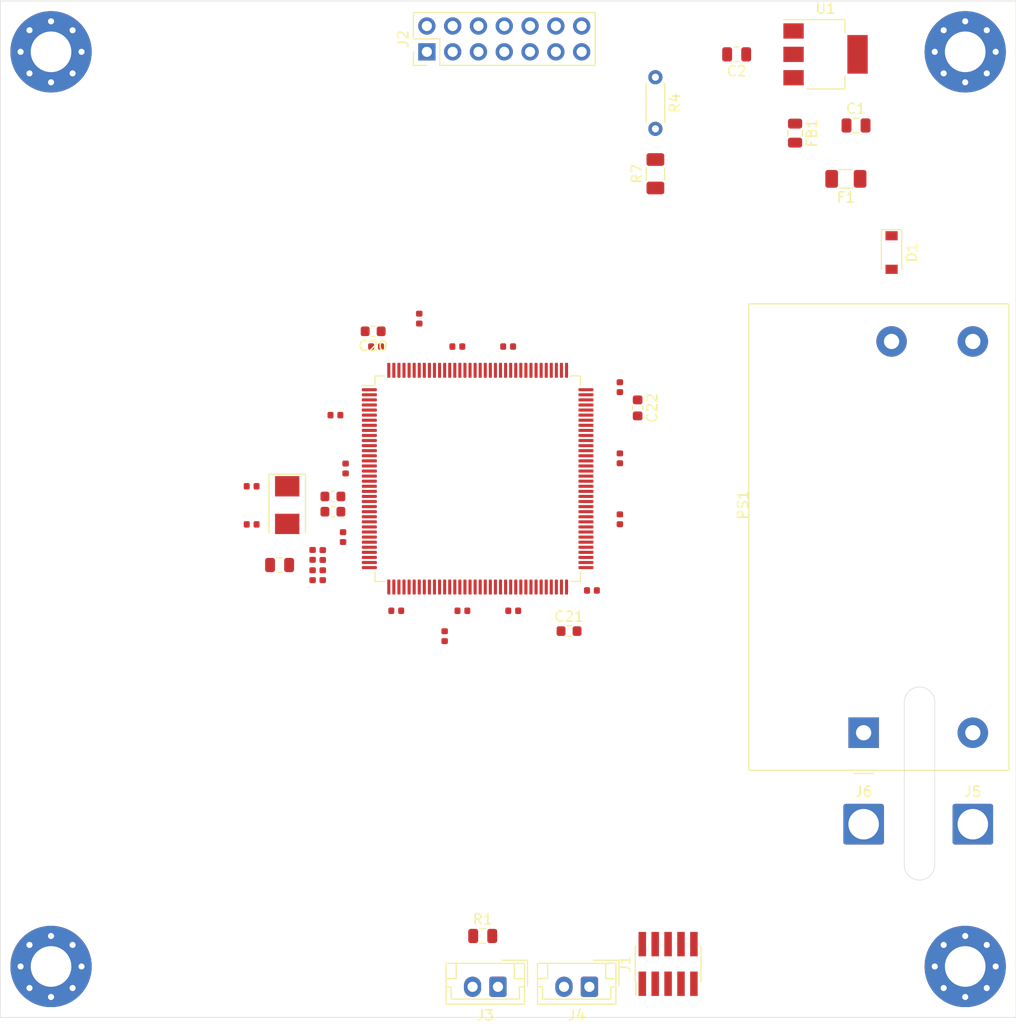
<source format=kicad_pcb>
(kicad_pcb (version 20171130) (host pcbnew "(5.1.6)-1")

  (general
    (thickness 1.6)
    (drawings 12)
    (tracks 0)
    (zones 0)
    (modules 49)
    (nets 133)
  )

  (page A4)
  (layers
    (0 T.Cu signal)
    (1 VCC.Cu power)
    (2 GND.Cu power)
    (31 B.Cu signal)
    (32 B.Adhes user)
    (33 F.Adhes user)
    (34 B.Paste user)
    (35 F.Paste user)
    (36 B.SilkS user)
    (37 F.SilkS user)
    (38 B.Mask user)
    (39 F.Mask user)
    (40 Dwgs.User user)
    (41 Cmts.User user)
    (42 Eco1.User user)
    (43 Eco2.User user)
    (44 Edge.Cuts user)
    (45 Margin user)
    (46 B.CrtYd user)
    (47 F.CrtYd user)
    (48 B.Fab user hide)
    (49 F.Fab user hide)
  )

  (setup
    (last_trace_width 0.25)
    (trace_clearance 0.2)
    (zone_clearance 0.508)
    (zone_45_only no)
    (trace_min 0.2)
    (via_size 0.8)
    (via_drill 0.4)
    (via_min_size 0.4)
    (via_min_drill 0.3)
    (uvia_size 0.3)
    (uvia_drill 0.1)
    (uvias_allowed no)
    (uvia_min_size 0.2)
    (uvia_min_drill 0.1)
    (edge_width 0.05)
    (segment_width 0.2)
    (pcb_text_width 0.3)
    (pcb_text_size 1.5 1.5)
    (mod_edge_width 0.12)
    (mod_text_size 1 1)
    (mod_text_width 0.15)
    (pad_size 1.524 1.524)
    (pad_drill 0.762)
    (pad_to_mask_clearance 0.05)
    (aux_axis_origin 0 0)
    (visible_elements 7FFFFFFF)
    (pcbplotparams
      (layerselection 0x010fc_ffffffff)
      (usegerberextensions false)
      (usegerberattributes true)
      (usegerberadvancedattributes true)
      (creategerberjobfile true)
      (excludeedgelayer true)
      (linewidth 0.100000)
      (plotframeref false)
      (viasonmask false)
      (mode 1)
      (useauxorigin false)
      (hpglpennumber 1)
      (hpglpenspeed 20)
      (hpglpendiameter 15.000000)
      (psnegative false)
      (psa4output false)
      (plotreference true)
      (plotvalue true)
      (plotinvisibletext false)
      (padsonsilk false)
      (subtractmaskfromsilk false)
      (outputformat 1)
      (mirror false)
      (drillshape 1)
      (scaleselection 1)
      (outputdirectory ""))
  )

  (net 0 "")
  (net 1 GND)
  (net 2 "Net-(C1-Pad1)")
  (net 3 +3V3)
  (net 4 +3.3VA)
  (net 5 "Net-(C21-Pad1)")
  (net 6 "Net-(C22-Pad1)")
  (net 7 "Net-(C23-Pad1)")
  (net 8 "Net-(C24-Pad1)")
  (net 9 "Net-(D1-Pad1)")
  (net 10 +5V)
  (net 11 "Net-(F1-Pad2)")
  (net 12 SWDIO)
  (net 13 SWCLK)
  (net 14 SWO)
  (net 15 "Net-(J1-Pad7)")
  (net 16 "Net-(J1-Pad8)")
  (net 17 NRST)
  (net 18 D7)
  (net 19 D5)
  (net 20 D3)
  (net 21 D1)
  (net 22 DISP_EN)
  (net 23 DISP_RS)
  (net 24 D6)
  (net 25 D4)
  (net 26 D2)
  (net 27 D0)
  (net 28 DISP_RW)
  (net 29 DISP_CONT)
  (net 30 V_TEMP)
  (net 31 PWM)
  (net 32 AC_LINE)
  (net 33 AC_NEUTRAL)
  (net 34 HSE_IN)
  (net 35 HSE_OUT)
  (net 36 BOOT0)
  (net 37 BOOT1)
  (net 38 "Net-(U2-Pad1)")
  (net 39 "Net-(U2-Pad2)")
  (net 40 "Net-(U2-Pad3)")
  (net 41 "Net-(U2-Pad4)")
  (net 42 "Net-(U2-Pad5)")
  (net 43 "Net-(U2-Pad7)")
  (net 44 "Net-(U2-Pad8)")
  (net 45 "Net-(U2-Pad9)")
  (net 46 "Net-(U2-Pad10)")
  (net 47 "Net-(U2-Pad11)")
  (net 48 "Net-(U2-Pad12)")
  (net 49 "Net-(U2-Pad13)")
  (net 50 "Net-(U2-Pad14)")
  (net 51 "Net-(U2-Pad15)")
  (net 52 "Net-(U2-Pad18)")
  (net 53 "Net-(U2-Pad19)")
  (net 54 "Net-(U2-Pad20)")
  (net 55 "Net-(U2-Pad21)")
  (net 56 "Net-(U2-Pad22)")
  (net 57 "Net-(U2-Pad26)")
  (net 58 "Net-(U2-Pad27)")
  (net 59 "Net-(U2-Pad28)")
  (net 60 "Net-(U2-Pad29)")
  (net 61 "Net-(U2-Pad34)")
  (net 62 "Net-(U2-Pad35)")
  (net 63 "Net-(U2-Pad36)")
  (net 64 "Net-(U2-Pad37)")
  (net 65 "Net-(U2-Pad40)")
  (net 66 "Net-(U2-Pad41)")
  (net 67 "Net-(U2-Pad43)")
  (net 68 "Net-(U2-Pad44)")
  (net 69 "Net-(U2-Pad45)")
  (net 70 "Net-(U2-Pad46)")
  (net 71 "Net-(U2-Pad47)")
  (net 72 "Net-(U2-Pad49)")
  (net 73 "Net-(U2-Pad50)")
  (net 74 "Net-(U2-Pad53)")
  (net 75 "Net-(U2-Pad54)")
  (net 76 "Net-(U2-Pad55)")
  (net 77 "Net-(U2-Pad56)")
  (net 78 "Net-(U2-Pad57)")
  (net 79 "Net-(U2-Pad58)")
  (net 80 "Net-(U2-Pad59)")
  (net 81 "Net-(U2-Pad60)")
  (net 82 "Net-(U2-Pad63)")
  (net 83 "Net-(U2-Pad64)")
  (net 84 "Net-(U2-Pad65)")
  (net 85 "Net-(U2-Pad66)")
  (net 86 "Net-(U2-Pad67)")
  (net 87 "Net-(U2-Pad68)")
  (net 88 "Net-(U2-Pad69)")
  (net 89 "Net-(U2-Pad70)")
  (net 90 "Net-(U2-Pad73)")
  (net 91 "Net-(U2-Pad74)")
  (net 92 "Net-(U2-Pad75)")
  (net 93 "Net-(U2-Pad76)")
  (net 94 "Net-(U2-Pad77)")
  (net 95 "Net-(U2-Pad78)")
  (net 96 "Net-(U2-Pad79)")
  (net 97 "Net-(U2-Pad80)")
  (net 98 "Net-(U2-Pad81)")
  (net 99 "Net-(U2-Pad85)")
  (net 100 "Net-(U2-Pad86)")
  (net 101 "Net-(U2-Pad87)")
  (net 102 "Net-(U2-Pad88)")
  (net 103 "Net-(U2-Pad89)")
  (net 104 "Net-(U2-Pad90)")
  (net 105 "Net-(U2-Pad91)")
  (net 106 "Net-(U2-Pad92)")
  (net 107 "Net-(U2-Pad93)")
  (net 108 "Net-(U2-Pad96)")
  (net 109 "Net-(U2-Pad97)")
  (net 110 "Net-(U2-Pad98)")
  (net 111 "Net-(U2-Pad99)")
  (net 112 "Net-(U2-Pad100)")
  (net 113 "Net-(U2-Pad101)")
  (net 114 "Net-(U2-Pad102)")
  (net 115 "Net-(U2-Pad103)")
  (net 116 "Net-(U2-Pad104)")
  (net 117 "Net-(U2-Pad110)")
  (net 118 "Net-(U2-Pad124)")
  (net 119 "Net-(U2-Pad125)")
  (net 120 "Net-(U2-Pad126)")
  (net 121 "Net-(U2-Pad127)")
  (net 122 "Net-(U2-Pad128)")
  (net 123 "Net-(U2-Pad129)")
  (net 124 "Net-(U2-Pad132)")
  (net 125 "Net-(U2-Pad134)")
  (net 126 "Net-(U2-Pad135)")
  (net 127 "Net-(U2-Pad136)")
  (net 128 "Net-(U2-Pad137)")
  (net 129 "Net-(U2-Pad139)")
  (net 130 "Net-(U2-Pad140)")
  (net 131 "Net-(U2-Pad141)")
  (net 132 "Net-(U2-Pad142)")

  (net_class Default "This is the default net class."
    (clearance 0.2)
    (trace_width 0.25)
    (via_dia 0.8)
    (via_drill 0.4)
    (uvia_dia 0.3)
    (uvia_drill 0.1)
    (add_net +3.3VA)
    (add_net +3V3)
    (add_net +5V)
    (add_net AC_LINE)
    (add_net AC_NEUTRAL)
    (add_net BOOT0)
    (add_net BOOT1)
    (add_net D0)
    (add_net D1)
    (add_net D2)
    (add_net D3)
    (add_net D4)
    (add_net D5)
    (add_net D6)
    (add_net D7)
    (add_net DISP_CONT)
    (add_net DISP_EN)
    (add_net DISP_RS)
    (add_net DISP_RW)
    (add_net GND)
    (add_net HSE_IN)
    (add_net HSE_OUT)
    (add_net NRST)
    (add_net "Net-(C1-Pad1)")
    (add_net "Net-(C21-Pad1)")
    (add_net "Net-(C22-Pad1)")
    (add_net "Net-(C23-Pad1)")
    (add_net "Net-(C24-Pad1)")
    (add_net "Net-(D1-Pad1)")
    (add_net "Net-(F1-Pad2)")
    (add_net "Net-(J1-Pad7)")
    (add_net "Net-(J1-Pad8)")
    (add_net "Net-(U2-Pad1)")
    (add_net "Net-(U2-Pad10)")
    (add_net "Net-(U2-Pad100)")
    (add_net "Net-(U2-Pad101)")
    (add_net "Net-(U2-Pad102)")
    (add_net "Net-(U2-Pad103)")
    (add_net "Net-(U2-Pad104)")
    (add_net "Net-(U2-Pad11)")
    (add_net "Net-(U2-Pad110)")
    (add_net "Net-(U2-Pad12)")
    (add_net "Net-(U2-Pad124)")
    (add_net "Net-(U2-Pad125)")
    (add_net "Net-(U2-Pad126)")
    (add_net "Net-(U2-Pad127)")
    (add_net "Net-(U2-Pad128)")
    (add_net "Net-(U2-Pad129)")
    (add_net "Net-(U2-Pad13)")
    (add_net "Net-(U2-Pad132)")
    (add_net "Net-(U2-Pad134)")
    (add_net "Net-(U2-Pad135)")
    (add_net "Net-(U2-Pad136)")
    (add_net "Net-(U2-Pad137)")
    (add_net "Net-(U2-Pad139)")
    (add_net "Net-(U2-Pad14)")
    (add_net "Net-(U2-Pad140)")
    (add_net "Net-(U2-Pad141)")
    (add_net "Net-(U2-Pad142)")
    (add_net "Net-(U2-Pad15)")
    (add_net "Net-(U2-Pad18)")
    (add_net "Net-(U2-Pad19)")
    (add_net "Net-(U2-Pad2)")
    (add_net "Net-(U2-Pad20)")
    (add_net "Net-(U2-Pad21)")
    (add_net "Net-(U2-Pad22)")
    (add_net "Net-(U2-Pad26)")
    (add_net "Net-(U2-Pad27)")
    (add_net "Net-(U2-Pad28)")
    (add_net "Net-(U2-Pad29)")
    (add_net "Net-(U2-Pad3)")
    (add_net "Net-(U2-Pad34)")
    (add_net "Net-(U2-Pad35)")
    (add_net "Net-(U2-Pad36)")
    (add_net "Net-(U2-Pad37)")
    (add_net "Net-(U2-Pad4)")
    (add_net "Net-(U2-Pad40)")
    (add_net "Net-(U2-Pad41)")
    (add_net "Net-(U2-Pad43)")
    (add_net "Net-(U2-Pad44)")
    (add_net "Net-(U2-Pad45)")
    (add_net "Net-(U2-Pad46)")
    (add_net "Net-(U2-Pad47)")
    (add_net "Net-(U2-Pad49)")
    (add_net "Net-(U2-Pad5)")
    (add_net "Net-(U2-Pad50)")
    (add_net "Net-(U2-Pad53)")
    (add_net "Net-(U2-Pad54)")
    (add_net "Net-(U2-Pad55)")
    (add_net "Net-(U2-Pad56)")
    (add_net "Net-(U2-Pad57)")
    (add_net "Net-(U2-Pad58)")
    (add_net "Net-(U2-Pad59)")
    (add_net "Net-(U2-Pad60)")
    (add_net "Net-(U2-Pad63)")
    (add_net "Net-(U2-Pad64)")
    (add_net "Net-(U2-Pad65)")
    (add_net "Net-(U2-Pad66)")
    (add_net "Net-(U2-Pad67)")
    (add_net "Net-(U2-Pad68)")
    (add_net "Net-(U2-Pad69)")
    (add_net "Net-(U2-Pad7)")
    (add_net "Net-(U2-Pad70)")
    (add_net "Net-(U2-Pad73)")
    (add_net "Net-(U2-Pad74)")
    (add_net "Net-(U2-Pad75)")
    (add_net "Net-(U2-Pad76)")
    (add_net "Net-(U2-Pad77)")
    (add_net "Net-(U2-Pad78)")
    (add_net "Net-(U2-Pad79)")
    (add_net "Net-(U2-Pad8)")
    (add_net "Net-(U2-Pad80)")
    (add_net "Net-(U2-Pad81)")
    (add_net "Net-(U2-Pad85)")
    (add_net "Net-(U2-Pad86)")
    (add_net "Net-(U2-Pad87)")
    (add_net "Net-(U2-Pad88)")
    (add_net "Net-(U2-Pad89)")
    (add_net "Net-(U2-Pad9)")
    (add_net "Net-(U2-Pad90)")
    (add_net "Net-(U2-Pad91)")
    (add_net "Net-(U2-Pad92)")
    (add_net "Net-(U2-Pad93)")
    (add_net "Net-(U2-Pad96)")
    (add_net "Net-(U2-Pad97)")
    (add_net "Net-(U2-Pad98)")
    (add_net "Net-(U2-Pad99)")
    (add_net PWM)
    (add_net SWCLK)
    (add_net SWDIO)
    (add_net SWO)
    (add_net V_TEMP)
  )

  (module Capacitor_SMD:C_0805_2012Metric (layer T.Cu) (tedit 5B36C52B) (tstamp 5ECF2632)
    (at 114.25 42.25)
    (descr "Capacitor SMD 0805 (2012 Metric), square (rectangular) end terminal, IPC_7351 nominal, (Body size source: https://docs.google.com/spreadsheets/d/1BsfQQcO9C6DZCsRaXUlFlo91Tg2WpOkGARC1WS5S8t0/edit?usp=sharing), generated with kicad-footprint-generator")
    (tags capacitor)
    (path /5ECC5B6B)
    (attr smd)
    (fp_text reference C1 (at 0 -1.65) (layer F.SilkS)
      (effects (font (size 1 1) (thickness 0.15)))
    )
    (fp_text value 10u (at 0 1.65) (layer F.Fab)
      (effects (font (size 1 1) (thickness 0.15)))
    )
    (fp_line (start 1.68 0.95) (end -1.68 0.95) (layer F.CrtYd) (width 0.05))
    (fp_line (start 1.68 -0.95) (end 1.68 0.95) (layer F.CrtYd) (width 0.05))
    (fp_line (start -1.68 -0.95) (end 1.68 -0.95) (layer F.CrtYd) (width 0.05))
    (fp_line (start -1.68 0.95) (end -1.68 -0.95) (layer F.CrtYd) (width 0.05))
    (fp_line (start -0.258578 0.71) (end 0.258578 0.71) (layer F.SilkS) (width 0.12))
    (fp_line (start -0.258578 -0.71) (end 0.258578 -0.71) (layer F.SilkS) (width 0.12))
    (fp_line (start 1 0.6) (end -1 0.6) (layer F.Fab) (width 0.1))
    (fp_line (start 1 -0.6) (end 1 0.6) (layer F.Fab) (width 0.1))
    (fp_line (start -1 -0.6) (end 1 -0.6) (layer F.Fab) (width 0.1))
    (fp_line (start -1 0.6) (end -1 -0.6) (layer F.Fab) (width 0.1))
    (fp_text user %R (at 0 0) (layer F.Fab)
      (effects (font (size 0.5 0.5) (thickness 0.08)))
    )
    (pad 2 smd roundrect (at 0.9375 0) (size 0.975 1.4) (layers T.Cu F.Paste F.Mask) (roundrect_rratio 0.25)
      (net 1 GND))
    (pad 1 smd roundrect (at -0.9375 0) (size 0.975 1.4) (layers T.Cu F.Paste F.Mask) (roundrect_rratio 0.25)
      (net 2 "Net-(C1-Pad1)"))
    (model ${KISYS3DMOD}/Capacitor_SMD.3dshapes/C_0805_2012Metric.wrl
      (at (xyz 0 0 0))
      (scale (xyz 1 1 1))
      (rotate (xyz 0 0 0))
    )
  )

  (module Capacitor_SMD:C_0805_2012Metric (layer T.Cu) (tedit 5B36C52B) (tstamp 5ECF2643)
    (at 102.5 35.25 180)
    (descr "Capacitor SMD 0805 (2012 Metric), square (rectangular) end terminal, IPC_7351 nominal, (Body size source: https://docs.google.com/spreadsheets/d/1BsfQQcO9C6DZCsRaXUlFlo91Tg2WpOkGARC1WS5S8t0/edit?usp=sharing), generated with kicad-footprint-generator")
    (tags capacitor)
    (path /5ECC69FD)
    (attr smd)
    (fp_text reference C2 (at 0 -1.65) (layer F.SilkS)
      (effects (font (size 1 1) (thickness 0.15)))
    )
    (fp_text value 10u (at 0 1.65) (layer F.Fab)
      (effects (font (size 1 1) (thickness 0.15)))
    )
    (fp_line (start -1 0.6) (end -1 -0.6) (layer F.Fab) (width 0.1))
    (fp_line (start -1 -0.6) (end 1 -0.6) (layer F.Fab) (width 0.1))
    (fp_line (start 1 -0.6) (end 1 0.6) (layer F.Fab) (width 0.1))
    (fp_line (start 1 0.6) (end -1 0.6) (layer F.Fab) (width 0.1))
    (fp_line (start -0.258578 -0.71) (end 0.258578 -0.71) (layer F.SilkS) (width 0.12))
    (fp_line (start -0.258578 0.71) (end 0.258578 0.71) (layer F.SilkS) (width 0.12))
    (fp_line (start -1.68 0.95) (end -1.68 -0.95) (layer F.CrtYd) (width 0.05))
    (fp_line (start -1.68 -0.95) (end 1.68 -0.95) (layer F.CrtYd) (width 0.05))
    (fp_line (start 1.68 -0.95) (end 1.68 0.95) (layer F.CrtYd) (width 0.05))
    (fp_line (start 1.68 0.95) (end -1.68 0.95) (layer F.CrtYd) (width 0.05))
    (fp_text user %R (at 0 0) (layer F.Fab)
      (effects (font (size 0.5 0.5) (thickness 0.08)))
    )
    (pad 1 smd roundrect (at -0.9375 0 180) (size 0.975 1.4) (layers T.Cu F.Paste F.Mask) (roundrect_rratio 0.25)
      (net 3 +3V3))
    (pad 2 smd roundrect (at 0.9375 0 180) (size 0.975 1.4) (layers T.Cu F.Paste F.Mask) (roundrect_rratio 0.25)
      (net 1 GND))
    (model ${KISYS3DMOD}/Capacitor_SMD.3dshapes/C_0805_2012Metric.wrl
      (at (xyz 0 0 0))
      (scale (xyz 1 1 1))
      (rotate (xyz 0 0 0))
    )
  )

  (module Capacitor_SMD:C_0402_1005Metric (layer T.Cu) (tedit 5B301BBE) (tstamp 5ECF2652)
    (at 60.75 84.5 270)
    (descr "Capacitor SMD 0402 (1005 Metric), square (rectangular) end terminal, IPC_7351 nominal, (Body size source: http://www.tortai-tech.com/upload/download/2011102023233369053.pdf), generated with kicad-footprint-generator")
    (tags capacitor)
    (path /5ECDAD02)
    (attr smd)
    (fp_text reference C3 (at 0 -1.17 90) (layer F.Fab)
      (effects (font (size 1 1) (thickness 0.15)))
    )
    (fp_text value 100nf (at 0 1.17 90) (layer F.Fab)
      (effects (font (size 1 1) (thickness 0.15)))
    )
    (fp_line (start -0.5 0.25) (end -0.5 -0.25) (layer F.Fab) (width 0.1))
    (fp_line (start -0.5 -0.25) (end 0.5 -0.25) (layer F.Fab) (width 0.1))
    (fp_line (start 0.5 -0.25) (end 0.5 0.25) (layer F.Fab) (width 0.1))
    (fp_line (start 0.5 0.25) (end -0.5 0.25) (layer F.Fab) (width 0.1))
    (fp_line (start -0.93 0.47) (end -0.93 -0.47) (layer F.CrtYd) (width 0.05))
    (fp_line (start -0.93 -0.47) (end 0.93 -0.47) (layer F.CrtYd) (width 0.05))
    (fp_line (start 0.93 -0.47) (end 0.93 0.47) (layer F.CrtYd) (width 0.05))
    (fp_line (start 0.93 0.47) (end -0.93 0.47) (layer F.CrtYd) (width 0.05))
    (fp_text user %R (at 0 0 90) (layer F.Fab)
      (effects (font (size 0.25 0.25) (thickness 0.04)))
    )
    (pad 1 smd roundrect (at -0.485 0 270) (size 0.59 0.64) (layers T.Cu F.Paste F.Mask) (roundrect_rratio 0.25)
      (net 4 +3.3VA))
    (pad 2 smd roundrect (at 0.485 0 270) (size 0.59 0.64) (layers T.Cu F.Paste F.Mask) (roundrect_rratio 0.25)
      (net 1 GND))
    (model ${KISYS3DMOD}/Capacitor_SMD.3dshapes/C_0402_1005Metric.wrl
      (at (xyz 0 0 0))
      (scale (xyz 1 1 1))
      (rotate (xyz 0 0 0))
    )
  )

  (module Capacitor_SMD:C_0402_1005Metric (layer T.Cu) (tedit 5B301BBE) (tstamp 5ECF2661)
    (at 61.75 84.515 270)
    (descr "Capacitor SMD 0402 (1005 Metric), square (rectangular) end terminal, IPC_7351 nominal, (Body size source: http://www.tortai-tech.com/upload/download/2011102023233369053.pdf), generated with kicad-footprint-generator")
    (tags capacitor)
    (path /5ECDB77E)
    (attr smd)
    (fp_text reference C4 (at 0 -1.17 90) (layer F.Fab)
      (effects (font (size 1 1) (thickness 0.15)))
    )
    (fp_text value 1u (at 0 1.17 90) (layer F.Fab)
      (effects (font (size 1 1) (thickness 0.15)))
    )
    (fp_line (start -0.5 0.25) (end -0.5 -0.25) (layer F.Fab) (width 0.1))
    (fp_line (start -0.5 -0.25) (end 0.5 -0.25) (layer F.Fab) (width 0.1))
    (fp_line (start 0.5 -0.25) (end 0.5 0.25) (layer F.Fab) (width 0.1))
    (fp_line (start 0.5 0.25) (end -0.5 0.25) (layer F.Fab) (width 0.1))
    (fp_line (start -0.93 0.47) (end -0.93 -0.47) (layer F.CrtYd) (width 0.05))
    (fp_line (start -0.93 -0.47) (end 0.93 -0.47) (layer F.CrtYd) (width 0.05))
    (fp_line (start 0.93 -0.47) (end 0.93 0.47) (layer F.CrtYd) (width 0.05))
    (fp_line (start 0.93 0.47) (end -0.93 0.47) (layer F.CrtYd) (width 0.05))
    (fp_text user %R (at 0 0 90) (layer F.Fab)
      (effects (font (size 0.25 0.25) (thickness 0.04)))
    )
    (pad 1 smd roundrect (at -0.485 0 270) (size 0.59 0.64) (layers T.Cu F.Paste F.Mask) (roundrect_rratio 0.25)
      (net 4 +3.3VA))
    (pad 2 smd roundrect (at 0.485 0 270) (size 0.59 0.64) (layers T.Cu F.Paste F.Mask) (roundrect_rratio 0.25)
      (net 1 GND))
    (model ${KISYS3DMOD}/Capacitor_SMD.3dshapes/C_0402_1005Metric.wrl
      (at (xyz 0 0 0))
      (scale (xyz 1 1 1))
      (rotate (xyz 0 0 0))
    )
  )

  (module Capacitor_SMD:C_0402_1005Metric (layer T.Cu) (tedit 5B301BBE) (tstamp 5ECF2670)
    (at 60.75 86.5 270)
    (descr "Capacitor SMD 0402 (1005 Metric), square (rectangular) end terminal, IPC_7351 nominal, (Body size source: http://www.tortai-tech.com/upload/download/2011102023233369053.pdf), generated with kicad-footprint-generator")
    (tags capacitor)
    (path /5ED4AAB0)
    (attr smd)
    (fp_text reference C5 (at 0 -1.17 90) (layer F.Fab)
      (effects (font (size 1 1) (thickness 0.15)))
    )
    (fp_text value 100nf (at 0 1.17 90) (layer F.Fab)
      (effects (font (size 1 1) (thickness 0.15)))
    )
    (fp_line (start -0.5 0.25) (end -0.5 -0.25) (layer F.Fab) (width 0.1))
    (fp_line (start -0.5 -0.25) (end 0.5 -0.25) (layer F.Fab) (width 0.1))
    (fp_line (start 0.5 -0.25) (end 0.5 0.25) (layer F.Fab) (width 0.1))
    (fp_line (start 0.5 0.25) (end -0.5 0.25) (layer F.Fab) (width 0.1))
    (fp_line (start -0.93 0.47) (end -0.93 -0.47) (layer F.CrtYd) (width 0.05))
    (fp_line (start -0.93 -0.47) (end 0.93 -0.47) (layer F.CrtYd) (width 0.05))
    (fp_line (start 0.93 -0.47) (end 0.93 0.47) (layer F.CrtYd) (width 0.05))
    (fp_line (start 0.93 0.47) (end -0.93 0.47) (layer F.CrtYd) (width 0.05))
    (fp_text user %R (at 0 0 90) (layer F.Fab)
      (effects (font (size 0.25 0.25) (thickness 0.04)))
    )
    (pad 1 smd roundrect (at -0.485 0 270) (size 0.59 0.64) (layers T.Cu F.Paste F.Mask) (roundrect_rratio 0.25)
      (net 1 GND))
    (pad 2 smd roundrect (at 0.485 0 270) (size 0.59 0.64) (layers T.Cu F.Paste F.Mask) (roundrect_rratio 0.25)
      (net 4 +3.3VA))
    (model ${KISYS3DMOD}/Capacitor_SMD.3dshapes/C_0402_1005Metric.wrl
      (at (xyz 0 0 0))
      (scale (xyz 1 1 1))
      (rotate (xyz 0 0 0))
    )
  )

  (module Capacitor_SMD:C_0402_1005Metric (layer T.Cu) (tedit 5B301BBE) (tstamp 5ECF267F)
    (at 61.75 86.5 270)
    (descr "Capacitor SMD 0402 (1005 Metric), square (rectangular) end terminal, IPC_7351 nominal, (Body size source: http://www.tortai-tech.com/upload/download/2011102023233369053.pdf), generated with kicad-footprint-generator")
    (tags capacitor)
    (path /5ED4AE38)
    (attr smd)
    (fp_text reference C6 (at 0 -1.17 90) (layer F.Fab)
      (effects (font (size 1 1) (thickness 0.15)))
    )
    (fp_text value 1u (at 0 1.17 90) (layer F.Fab)
      (effects (font (size 1 1) (thickness 0.15)))
    )
    (fp_line (start 0.93 0.47) (end -0.93 0.47) (layer F.CrtYd) (width 0.05))
    (fp_line (start 0.93 -0.47) (end 0.93 0.47) (layer F.CrtYd) (width 0.05))
    (fp_line (start -0.93 -0.47) (end 0.93 -0.47) (layer F.CrtYd) (width 0.05))
    (fp_line (start -0.93 0.47) (end -0.93 -0.47) (layer F.CrtYd) (width 0.05))
    (fp_line (start 0.5 0.25) (end -0.5 0.25) (layer F.Fab) (width 0.1))
    (fp_line (start 0.5 -0.25) (end 0.5 0.25) (layer F.Fab) (width 0.1))
    (fp_line (start -0.5 -0.25) (end 0.5 -0.25) (layer F.Fab) (width 0.1))
    (fp_line (start -0.5 0.25) (end -0.5 -0.25) (layer F.Fab) (width 0.1))
    (fp_text user %R (at 0 0 90) (layer F.Fab)
      (effects (font (size 0.25 0.25) (thickness 0.04)))
    )
    (pad 2 smd roundrect (at 0.485 0 270) (size 0.59 0.64) (layers T.Cu F.Paste F.Mask) (roundrect_rratio 0.25)
      (net 4 +3.3VA))
    (pad 1 smd roundrect (at -0.485 0 270) (size 0.59 0.64) (layers T.Cu F.Paste F.Mask) (roundrect_rratio 0.25)
      (net 1 GND))
    (model ${KISYS3DMOD}/Capacitor_SMD.3dshapes/C_0402_1005Metric.wrl
      (at (xyz 0 0 0))
      (scale (xyz 1 1 1))
      (rotate (xyz 0 0 0))
    )
  )

  (module Capacitor_SMD:C_0402_1005Metric (layer T.Cu) (tedit 5B301BBE) (tstamp 5ECF268E)
    (at 64 76 90)
    (descr "Capacitor SMD 0402 (1005 Metric), square (rectangular) end terminal, IPC_7351 nominal, (Body size source: http://www.tortai-tech.com/upload/download/2011102023233369053.pdf), generated with kicad-footprint-generator")
    (tags capacitor)
    (path /5ECF6244)
    (attr smd)
    (fp_text reference C7 (at 0 -1.17 90) (layer F.Fab)
      (effects (font (size 1 1) (thickness 0.15)))
    )
    (fp_text value 100nf (at 0 1.17 90) (layer F.Fab)
      (effects (font (size 1 1) (thickness 0.15)))
    )
    (fp_line (start 0.93 0.47) (end -0.93 0.47) (layer F.CrtYd) (width 0.05))
    (fp_line (start 0.93 -0.47) (end 0.93 0.47) (layer F.CrtYd) (width 0.05))
    (fp_line (start -0.93 -0.47) (end 0.93 -0.47) (layer F.CrtYd) (width 0.05))
    (fp_line (start -0.93 0.47) (end -0.93 -0.47) (layer F.CrtYd) (width 0.05))
    (fp_line (start 0.5 0.25) (end -0.5 0.25) (layer F.Fab) (width 0.1))
    (fp_line (start 0.5 -0.25) (end 0.5 0.25) (layer F.Fab) (width 0.1))
    (fp_line (start -0.5 -0.25) (end 0.5 -0.25) (layer F.Fab) (width 0.1))
    (fp_line (start -0.5 0.25) (end -0.5 -0.25) (layer F.Fab) (width 0.1))
    (fp_text user %R (at 0 0 90) (layer F.Fab)
      (effects (font (size 0.25 0.25) (thickness 0.04)))
    )
    (pad 2 smd roundrect (at 0.485 0 90) (size 0.59 0.64) (layers T.Cu F.Paste F.Mask) (roundrect_rratio 0.25)
      (net 1 GND))
    (pad 1 smd roundrect (at -0.485 0 90) (size 0.59 0.64) (layers T.Cu F.Paste F.Mask) (roundrect_rratio 0.25)
      (net 3 +3V3))
    (model ${KISYS3DMOD}/Capacitor_SMD.3dshapes/C_0402_1005Metric.wrl
      (at (xyz 0 0 0))
      (scale (xyz 1 1 1))
      (rotate (xyz 0 0 0))
    )
  )

  (module Capacitor_SMD:C_0402_1005Metric (layer T.Cu) (tedit 5B301BBE) (tstamp 5ECF269D)
    (at 63.75 82.75 270)
    (descr "Capacitor SMD 0402 (1005 Metric), square (rectangular) end terminal, IPC_7351 nominal, (Body size source: http://www.tortai-tech.com/upload/download/2011102023233369053.pdf), generated with kicad-footprint-generator")
    (tags capacitor)
    (path /5ECF675F)
    (attr smd)
    (fp_text reference C8 (at 0 -1.17 90) (layer F.Fab)
      (effects (font (size 1 1) (thickness 0.15)))
    )
    (fp_text value 100nf (at 0 1.17 90) (layer F.Fab)
      (effects (font (size 1 1) (thickness 0.15)))
    )
    (fp_line (start -0.5 0.25) (end -0.5 -0.25) (layer F.Fab) (width 0.1))
    (fp_line (start -0.5 -0.25) (end 0.5 -0.25) (layer F.Fab) (width 0.1))
    (fp_line (start 0.5 -0.25) (end 0.5 0.25) (layer F.Fab) (width 0.1))
    (fp_line (start 0.5 0.25) (end -0.5 0.25) (layer F.Fab) (width 0.1))
    (fp_line (start -0.93 0.47) (end -0.93 -0.47) (layer F.CrtYd) (width 0.05))
    (fp_line (start -0.93 -0.47) (end 0.93 -0.47) (layer F.CrtYd) (width 0.05))
    (fp_line (start 0.93 -0.47) (end 0.93 0.47) (layer F.CrtYd) (width 0.05))
    (fp_line (start 0.93 0.47) (end -0.93 0.47) (layer F.CrtYd) (width 0.05))
    (fp_text user %R (at 0 0 90) (layer F.Fab)
      (effects (font (size 0.25 0.25) (thickness 0.04)))
    )
    (pad 1 smd roundrect (at -0.485 0 270) (size 0.59 0.64) (layers T.Cu F.Paste F.Mask) (roundrect_rratio 0.25)
      (net 3 +3V3))
    (pad 2 smd roundrect (at 0.485 0 270) (size 0.59 0.64) (layers T.Cu F.Paste F.Mask) (roundrect_rratio 0.25)
      (net 1 GND))
    (model ${KISYS3DMOD}/Capacitor_SMD.3dshapes/C_0402_1005Metric.wrl
      (at (xyz 0 0 0))
      (scale (xyz 1 1 1))
      (rotate (xyz 0 0 0))
    )
  )

  (module Capacitor_SMD:C_0402_1005Metric (layer T.Cu) (tedit 5B301BBE) (tstamp 5ECF26AC)
    (at 68.985 90 180)
    (descr "Capacitor SMD 0402 (1005 Metric), square (rectangular) end terminal, IPC_7351 nominal, (Body size source: http://www.tortai-tech.com/upload/download/2011102023233369053.pdf), generated with kicad-footprint-generator")
    (tags capacitor)
    (path /5ECF9961)
    (attr smd)
    (fp_text reference C9 (at 0 -1.17) (layer F.Fab)
      (effects (font (size 1 1) (thickness 0.15)))
    )
    (fp_text value 100nf (at 0 1.17) (layer F.Fab)
      (effects (font (size 1 1) (thickness 0.15)))
    )
    (fp_line (start 0.93 0.47) (end -0.93 0.47) (layer F.CrtYd) (width 0.05))
    (fp_line (start 0.93 -0.47) (end 0.93 0.47) (layer F.CrtYd) (width 0.05))
    (fp_line (start -0.93 -0.47) (end 0.93 -0.47) (layer F.CrtYd) (width 0.05))
    (fp_line (start -0.93 0.47) (end -0.93 -0.47) (layer F.CrtYd) (width 0.05))
    (fp_line (start 0.5 0.25) (end -0.5 0.25) (layer F.Fab) (width 0.1))
    (fp_line (start 0.5 -0.25) (end 0.5 0.25) (layer F.Fab) (width 0.1))
    (fp_line (start -0.5 -0.25) (end 0.5 -0.25) (layer F.Fab) (width 0.1))
    (fp_line (start -0.5 0.25) (end -0.5 -0.25) (layer F.Fab) (width 0.1))
    (fp_text user %R (at 0 0) (layer F.Fab)
      (effects (font (size 0.25 0.25) (thickness 0.04)))
    )
    (pad 2 smd roundrect (at 0.485 0 180) (size 0.59 0.64) (layers T.Cu F.Paste F.Mask) (roundrect_rratio 0.25)
      (net 1 GND))
    (pad 1 smd roundrect (at -0.485 0 180) (size 0.59 0.64) (layers T.Cu F.Paste F.Mask) (roundrect_rratio 0.25)
      (net 3 +3V3))
    (model ${KISYS3DMOD}/Capacitor_SMD.3dshapes/C_0402_1005Metric.wrl
      (at (xyz 0 0 0))
      (scale (xyz 1 1 1))
      (rotate (xyz 0 0 0))
    )
  )

  (module Capacitor_SMD:C_0402_1005Metric (layer T.Cu) (tedit 5B301BBE) (tstamp 5ECF26BB)
    (at 75.5 90 180)
    (descr "Capacitor SMD 0402 (1005 Metric), square (rectangular) end terminal, IPC_7351 nominal, (Body size source: http://www.tortai-tech.com/upload/download/2011102023233369053.pdf), generated with kicad-footprint-generator")
    (tags capacitor)
    (path /5ECF9967)
    (attr smd)
    (fp_text reference C10 (at 0 -1.17) (layer F.Fab)
      (effects (font (size 1 1) (thickness 0.15)))
    )
    (fp_text value 100nf (at 0 1.17) (layer F.Fab)
      (effects (font (size 1 1) (thickness 0.15)))
    )
    (fp_line (start -0.5 0.25) (end -0.5 -0.25) (layer F.Fab) (width 0.1))
    (fp_line (start -0.5 -0.25) (end 0.5 -0.25) (layer F.Fab) (width 0.1))
    (fp_line (start 0.5 -0.25) (end 0.5 0.25) (layer F.Fab) (width 0.1))
    (fp_line (start 0.5 0.25) (end -0.5 0.25) (layer F.Fab) (width 0.1))
    (fp_line (start -0.93 0.47) (end -0.93 -0.47) (layer F.CrtYd) (width 0.05))
    (fp_line (start -0.93 -0.47) (end 0.93 -0.47) (layer F.CrtYd) (width 0.05))
    (fp_line (start 0.93 -0.47) (end 0.93 0.47) (layer F.CrtYd) (width 0.05))
    (fp_line (start 0.93 0.47) (end -0.93 0.47) (layer F.CrtYd) (width 0.05))
    (fp_text user %R (at 0 0) (layer F.Fab)
      (effects (font (size 0.25 0.25) (thickness 0.04)))
    )
    (pad 1 smd roundrect (at -0.485 0 180) (size 0.59 0.64) (layers T.Cu F.Paste F.Mask) (roundrect_rratio 0.25)
      (net 3 +3V3))
    (pad 2 smd roundrect (at 0.485 0 180) (size 0.59 0.64) (layers T.Cu F.Paste F.Mask) (roundrect_rratio 0.25)
      (net 1 GND))
    (model ${KISYS3DMOD}/Capacitor_SMD.3dshapes/C_0402_1005Metric.wrl
      (at (xyz 0 0 0))
      (scale (xyz 1 1 1))
      (rotate (xyz 0 0 0))
    )
  )

  (module Capacitor_SMD:C_0402_1005Metric (layer T.Cu) (tedit 5B301BBE) (tstamp 5ECF26CA)
    (at 80.5 90 180)
    (descr "Capacitor SMD 0402 (1005 Metric), square (rectangular) end terminal, IPC_7351 nominal, (Body size source: http://www.tortai-tech.com/upload/download/2011102023233369053.pdf), generated with kicad-footprint-generator")
    (tags capacitor)
    (path /5ECFB371)
    (attr smd)
    (fp_text reference C11 (at 0 -1.17) (layer F.Fab)
      (effects (font (size 1 1) (thickness 0.15)))
    )
    (fp_text value 100nf (at 0 1.17) (layer F.Fab)
      (effects (font (size 1 1) (thickness 0.15)))
    )
    (fp_line (start 0.93 0.47) (end -0.93 0.47) (layer F.CrtYd) (width 0.05))
    (fp_line (start 0.93 -0.47) (end 0.93 0.47) (layer F.CrtYd) (width 0.05))
    (fp_line (start -0.93 -0.47) (end 0.93 -0.47) (layer F.CrtYd) (width 0.05))
    (fp_line (start -0.93 0.47) (end -0.93 -0.47) (layer F.CrtYd) (width 0.05))
    (fp_line (start 0.5 0.25) (end -0.5 0.25) (layer F.Fab) (width 0.1))
    (fp_line (start 0.5 -0.25) (end 0.5 0.25) (layer F.Fab) (width 0.1))
    (fp_line (start -0.5 -0.25) (end 0.5 -0.25) (layer F.Fab) (width 0.1))
    (fp_line (start -0.5 0.25) (end -0.5 -0.25) (layer F.Fab) (width 0.1))
    (fp_text user %R (at 0 0) (layer F.Fab)
      (effects (font (size 0.25 0.25) (thickness 0.04)))
    )
    (pad 2 smd roundrect (at 0.485 0 180) (size 0.59 0.64) (layers T.Cu F.Paste F.Mask) (roundrect_rratio 0.25)
      (net 1 GND))
    (pad 1 smd roundrect (at -0.485 0 180) (size 0.59 0.64) (layers T.Cu F.Paste F.Mask) (roundrect_rratio 0.25)
      (net 3 +3V3))
    (model ${KISYS3DMOD}/Capacitor_SMD.3dshapes/C_0402_1005Metric.wrl
      (at (xyz 0 0 0))
      (scale (xyz 1 1 1))
      (rotate (xyz 0 0 0))
    )
  )

  (module Capacitor_SMD:C_0402_1005Metric (layer T.Cu) (tedit 5B301BBE) (tstamp 5ECF26D9)
    (at 88.25 88)
    (descr "Capacitor SMD 0402 (1005 Metric), square (rectangular) end terminal, IPC_7351 nominal, (Body size source: http://www.tortai-tech.com/upload/download/2011102023233369053.pdf), generated with kicad-footprint-generator")
    (tags capacitor)
    (path /5ECFB377)
    (attr smd)
    (fp_text reference C12 (at 0 -1.17) (layer F.Fab)
      (effects (font (size 1 1) (thickness 0.15)))
    )
    (fp_text value 100nf (at 0 1.17) (layer F.Fab)
      (effects (font (size 1 1) (thickness 0.15)))
    )
    (fp_line (start -0.5 0.25) (end -0.5 -0.25) (layer F.Fab) (width 0.1))
    (fp_line (start -0.5 -0.25) (end 0.5 -0.25) (layer F.Fab) (width 0.1))
    (fp_line (start 0.5 -0.25) (end 0.5 0.25) (layer F.Fab) (width 0.1))
    (fp_line (start 0.5 0.25) (end -0.5 0.25) (layer F.Fab) (width 0.1))
    (fp_line (start -0.93 0.47) (end -0.93 -0.47) (layer F.CrtYd) (width 0.05))
    (fp_line (start -0.93 -0.47) (end 0.93 -0.47) (layer F.CrtYd) (width 0.05))
    (fp_line (start 0.93 -0.47) (end 0.93 0.47) (layer F.CrtYd) (width 0.05))
    (fp_line (start 0.93 0.47) (end -0.93 0.47) (layer F.CrtYd) (width 0.05))
    (fp_text user %R (at 0 0) (layer F.Fab)
      (effects (font (size 0.25 0.25) (thickness 0.04)))
    )
    (pad 1 smd roundrect (at -0.485 0) (size 0.59 0.64) (layers T.Cu F.Paste F.Mask) (roundrect_rratio 0.25)
      (net 3 +3V3))
    (pad 2 smd roundrect (at 0.485 0) (size 0.59 0.64) (layers T.Cu F.Paste F.Mask) (roundrect_rratio 0.25)
      (net 1 GND))
    (model ${KISYS3DMOD}/Capacitor_SMD.3dshapes/C_0402_1005Metric.wrl
      (at (xyz 0 0 0))
      (scale (xyz 1 1 1))
      (rotate (xyz 0 0 0))
    )
  )

  (module Capacitor_SMD:C_0402_1005Metric (layer T.Cu) (tedit 5B301BBE) (tstamp 5ECF26E8)
    (at 91 81 270)
    (descr "Capacitor SMD 0402 (1005 Metric), square (rectangular) end terminal, IPC_7351 nominal, (Body size source: http://www.tortai-tech.com/upload/download/2011102023233369053.pdf), generated with kicad-footprint-generator")
    (tags capacitor)
    (path /5ECFCC1F)
    (attr smd)
    (fp_text reference C13 (at 0 -1.17 90) (layer F.Fab)
      (effects (font (size 1 1) (thickness 0.15)))
    )
    (fp_text value 100nf (at 0 1.17 90) (layer F.Fab)
      (effects (font (size 1 1) (thickness 0.15)))
    )
    (fp_line (start 0.93 0.47) (end -0.93 0.47) (layer F.CrtYd) (width 0.05))
    (fp_line (start 0.93 -0.47) (end 0.93 0.47) (layer F.CrtYd) (width 0.05))
    (fp_line (start -0.93 -0.47) (end 0.93 -0.47) (layer F.CrtYd) (width 0.05))
    (fp_line (start -0.93 0.47) (end -0.93 -0.47) (layer F.CrtYd) (width 0.05))
    (fp_line (start 0.5 0.25) (end -0.5 0.25) (layer F.Fab) (width 0.1))
    (fp_line (start 0.5 -0.25) (end 0.5 0.25) (layer F.Fab) (width 0.1))
    (fp_line (start -0.5 -0.25) (end 0.5 -0.25) (layer F.Fab) (width 0.1))
    (fp_line (start -0.5 0.25) (end -0.5 -0.25) (layer F.Fab) (width 0.1))
    (fp_text user %R (at 0 0 90) (layer F.Fab)
      (effects (font (size 0.25 0.25) (thickness 0.04)))
    )
    (pad 2 smd roundrect (at 0.485 0 270) (size 0.59 0.64) (layers T.Cu F.Paste F.Mask) (roundrect_rratio 0.25)
      (net 1 GND))
    (pad 1 smd roundrect (at -0.485 0 270) (size 0.59 0.64) (layers T.Cu F.Paste F.Mask) (roundrect_rratio 0.25)
      (net 3 +3V3))
    (model ${KISYS3DMOD}/Capacitor_SMD.3dshapes/C_0402_1005Metric.wrl
      (at (xyz 0 0 0))
      (scale (xyz 1 1 1))
      (rotate (xyz 0 0 0))
    )
  )

  (module Capacitor_SMD:C_0402_1005Metric (layer T.Cu) (tedit 5B301BBE) (tstamp 5ECF26F7)
    (at 91 75 270)
    (descr "Capacitor SMD 0402 (1005 Metric), square (rectangular) end terminal, IPC_7351 nominal, (Body size source: http://www.tortai-tech.com/upload/download/2011102023233369053.pdf), generated with kicad-footprint-generator")
    (tags capacitor)
    (path /5ECFCC25)
    (attr smd)
    (fp_text reference C14 (at 0 -1.17 90) (layer F.Fab)
      (effects (font (size 1 1) (thickness 0.15)))
    )
    (fp_text value 100nf (at 0 1.17 90) (layer F.Fab)
      (effects (font (size 1 1) (thickness 0.15)))
    )
    (fp_line (start -0.5 0.25) (end -0.5 -0.25) (layer F.Fab) (width 0.1))
    (fp_line (start -0.5 -0.25) (end 0.5 -0.25) (layer F.Fab) (width 0.1))
    (fp_line (start 0.5 -0.25) (end 0.5 0.25) (layer F.Fab) (width 0.1))
    (fp_line (start 0.5 0.25) (end -0.5 0.25) (layer F.Fab) (width 0.1))
    (fp_line (start -0.93 0.47) (end -0.93 -0.47) (layer F.CrtYd) (width 0.05))
    (fp_line (start -0.93 -0.47) (end 0.93 -0.47) (layer F.CrtYd) (width 0.05))
    (fp_line (start 0.93 -0.47) (end 0.93 0.47) (layer F.CrtYd) (width 0.05))
    (fp_line (start 0.93 0.47) (end -0.93 0.47) (layer F.CrtYd) (width 0.05))
    (fp_text user %R (at 0 0 90) (layer F.Fab)
      (effects (font (size 0.25 0.25) (thickness 0.04)))
    )
    (pad 1 smd roundrect (at -0.485 0 270) (size 0.59 0.64) (layers T.Cu F.Paste F.Mask) (roundrect_rratio 0.25)
      (net 3 +3V3))
    (pad 2 smd roundrect (at 0.485 0 270) (size 0.59 0.64) (layers T.Cu F.Paste F.Mask) (roundrect_rratio 0.25)
      (net 1 GND))
    (model ${KISYS3DMOD}/Capacitor_SMD.3dshapes/C_0402_1005Metric.wrl
      (at (xyz 0 0 0))
      (scale (xyz 1 1 1))
      (rotate (xyz 0 0 0))
    )
  )

  (module Capacitor_SMD:C_0402_1005Metric (layer T.Cu) (tedit 5B301BBE) (tstamp 5ECF2706)
    (at 91 68 270)
    (descr "Capacitor SMD 0402 (1005 Metric), square (rectangular) end terminal, IPC_7351 nominal, (Body size source: http://www.tortai-tech.com/upload/download/2011102023233369053.pdf), generated with kicad-footprint-generator")
    (tags capacitor)
    (path /5ECFE31F)
    (attr smd)
    (fp_text reference C15 (at 0 -1.17 90) (layer F.Fab)
      (effects (font (size 1 1) (thickness 0.15)))
    )
    (fp_text value 100nf (at 0 1.17 90) (layer F.Fab)
      (effects (font (size 1 1) (thickness 0.15)))
    )
    (fp_line (start -0.5 0.25) (end -0.5 -0.25) (layer F.Fab) (width 0.1))
    (fp_line (start -0.5 -0.25) (end 0.5 -0.25) (layer F.Fab) (width 0.1))
    (fp_line (start 0.5 -0.25) (end 0.5 0.25) (layer F.Fab) (width 0.1))
    (fp_line (start 0.5 0.25) (end -0.5 0.25) (layer F.Fab) (width 0.1))
    (fp_line (start -0.93 0.47) (end -0.93 -0.47) (layer F.CrtYd) (width 0.05))
    (fp_line (start -0.93 -0.47) (end 0.93 -0.47) (layer F.CrtYd) (width 0.05))
    (fp_line (start 0.93 -0.47) (end 0.93 0.47) (layer F.CrtYd) (width 0.05))
    (fp_line (start 0.93 0.47) (end -0.93 0.47) (layer F.CrtYd) (width 0.05))
    (fp_text user %R (at 0 0 90) (layer F.Fab)
      (effects (font (size 0.25 0.25) (thickness 0.04)))
    )
    (pad 1 smd roundrect (at -0.485 0 270) (size 0.59 0.64) (layers T.Cu F.Paste F.Mask) (roundrect_rratio 0.25)
      (net 3 +3V3))
    (pad 2 smd roundrect (at 0.485 0 270) (size 0.59 0.64) (layers T.Cu F.Paste F.Mask) (roundrect_rratio 0.25)
      (net 1 GND))
    (model ${KISYS3DMOD}/Capacitor_SMD.3dshapes/C_0402_1005Metric.wrl
      (at (xyz 0 0 0))
      (scale (xyz 1 1 1))
      (rotate (xyz 0 0 0))
    )
  )

  (module Capacitor_SMD:C_0402_1005Metric (layer T.Cu) (tedit 5B301BBE) (tstamp 5ECF2715)
    (at 80 64)
    (descr "Capacitor SMD 0402 (1005 Metric), square (rectangular) end terminal, IPC_7351 nominal, (Body size source: http://www.tortai-tech.com/upload/download/2011102023233369053.pdf), generated with kicad-footprint-generator")
    (tags capacitor)
    (path /5ECFE325)
    (attr smd)
    (fp_text reference C16 (at 0 -1.17) (layer F.Fab)
      (effects (font (size 1 1) (thickness 0.15)))
    )
    (fp_text value 100nf (at 0 1.17) (layer F.Fab)
      (effects (font (size 1 1) (thickness 0.15)))
    )
    (fp_line (start -0.5 0.25) (end -0.5 -0.25) (layer F.Fab) (width 0.1))
    (fp_line (start -0.5 -0.25) (end 0.5 -0.25) (layer F.Fab) (width 0.1))
    (fp_line (start 0.5 -0.25) (end 0.5 0.25) (layer F.Fab) (width 0.1))
    (fp_line (start 0.5 0.25) (end -0.5 0.25) (layer F.Fab) (width 0.1))
    (fp_line (start -0.93 0.47) (end -0.93 -0.47) (layer F.CrtYd) (width 0.05))
    (fp_line (start -0.93 -0.47) (end 0.93 -0.47) (layer F.CrtYd) (width 0.05))
    (fp_line (start 0.93 -0.47) (end 0.93 0.47) (layer F.CrtYd) (width 0.05))
    (fp_line (start 0.93 0.47) (end -0.93 0.47) (layer F.CrtYd) (width 0.05))
    (fp_text user %R (at 0 0) (layer F.Fab)
      (effects (font (size 0.25 0.25) (thickness 0.04)))
    )
    (pad 1 smd roundrect (at -0.485 0) (size 0.59 0.64) (layers T.Cu F.Paste F.Mask) (roundrect_rratio 0.25)
      (net 3 +3V3))
    (pad 2 smd roundrect (at 0.485 0) (size 0.59 0.64) (layers T.Cu F.Paste F.Mask) (roundrect_rratio 0.25)
      (net 1 GND))
    (model ${KISYS3DMOD}/Capacitor_SMD.3dshapes/C_0402_1005Metric.wrl
      (at (xyz 0 0 0))
      (scale (xyz 1 1 1))
      (rotate (xyz 0 0 0))
    )
  )

  (module Capacitor_SMD:C_0402_1005Metric (layer T.Cu) (tedit 5B301BBE) (tstamp 5ECF2724)
    (at 75 64)
    (descr "Capacitor SMD 0402 (1005 Metric), square (rectangular) end terminal, IPC_7351 nominal, (Body size source: http://www.tortai-tech.com/upload/download/2011102023233369053.pdf), generated with kicad-footprint-generator")
    (tags capacitor)
    (path /5ECFFD13)
    (attr smd)
    (fp_text reference C17 (at 0 -1.17) (layer F.Fab)
      (effects (font (size 1 1) (thickness 0.15)))
    )
    (fp_text value 100nf (at 0 1.17) (layer F.Fab)
      (effects (font (size 1 1) (thickness 0.15)))
    )
    (fp_line (start 0.93 0.47) (end -0.93 0.47) (layer F.CrtYd) (width 0.05))
    (fp_line (start 0.93 -0.47) (end 0.93 0.47) (layer F.CrtYd) (width 0.05))
    (fp_line (start -0.93 -0.47) (end 0.93 -0.47) (layer F.CrtYd) (width 0.05))
    (fp_line (start -0.93 0.47) (end -0.93 -0.47) (layer F.CrtYd) (width 0.05))
    (fp_line (start 0.5 0.25) (end -0.5 0.25) (layer F.Fab) (width 0.1))
    (fp_line (start 0.5 -0.25) (end 0.5 0.25) (layer F.Fab) (width 0.1))
    (fp_line (start -0.5 -0.25) (end 0.5 -0.25) (layer F.Fab) (width 0.1))
    (fp_line (start -0.5 0.25) (end -0.5 -0.25) (layer F.Fab) (width 0.1))
    (fp_text user %R (at 0 0) (layer F.Fab)
      (effects (font (size 0.25 0.25) (thickness 0.04)))
    )
    (pad 2 smd roundrect (at 0.485 0) (size 0.59 0.64) (layers T.Cu F.Paste F.Mask) (roundrect_rratio 0.25)
      (net 1 GND))
    (pad 1 smd roundrect (at -0.485 0) (size 0.59 0.64) (layers T.Cu F.Paste F.Mask) (roundrect_rratio 0.25)
      (net 3 +3V3))
    (model ${KISYS3DMOD}/Capacitor_SMD.3dshapes/C_0402_1005Metric.wrl
      (at (xyz 0 0 0))
      (scale (xyz 1 1 1))
      (rotate (xyz 0 0 0))
    )
  )

  (module Capacitor_SMD:C_0402_1005Metric (layer T.Cu) (tedit 5B301BBE) (tstamp 5ECF2733)
    (at 67 64 180)
    (descr "Capacitor SMD 0402 (1005 Metric), square (rectangular) end terminal, IPC_7351 nominal, (Body size source: http://www.tortai-tech.com/upload/download/2011102023233369053.pdf), generated with kicad-footprint-generator")
    (tags capacitor)
    (path /5ECFFD19)
    (attr smd)
    (fp_text reference C18 (at 0 -1.17) (layer F.Fab)
      (effects (font (size 1 1) (thickness 0.15)))
    )
    (fp_text value 100nf (at 0 1.17) (layer F.Fab)
      (effects (font (size 1 1) (thickness 0.15)))
    )
    (fp_line (start -0.5 0.25) (end -0.5 -0.25) (layer F.Fab) (width 0.1))
    (fp_line (start -0.5 -0.25) (end 0.5 -0.25) (layer F.Fab) (width 0.1))
    (fp_line (start 0.5 -0.25) (end 0.5 0.25) (layer F.Fab) (width 0.1))
    (fp_line (start 0.5 0.25) (end -0.5 0.25) (layer F.Fab) (width 0.1))
    (fp_line (start -0.93 0.47) (end -0.93 -0.47) (layer F.CrtYd) (width 0.05))
    (fp_line (start -0.93 -0.47) (end 0.93 -0.47) (layer F.CrtYd) (width 0.05))
    (fp_line (start 0.93 -0.47) (end 0.93 0.47) (layer F.CrtYd) (width 0.05))
    (fp_line (start 0.93 0.47) (end -0.93 0.47) (layer F.CrtYd) (width 0.05))
    (fp_text user %R (at 0 0) (layer F.Fab)
      (effects (font (size 0.25 0.25) (thickness 0.04)))
    )
    (pad 1 smd roundrect (at -0.485 0 180) (size 0.59 0.64) (layers T.Cu F.Paste F.Mask) (roundrect_rratio 0.25)
      (net 3 +3V3))
    (pad 2 smd roundrect (at 0.485 0 180) (size 0.59 0.64) (layers T.Cu F.Paste F.Mask) (roundrect_rratio 0.25)
      (net 1 GND))
    (model ${KISYS3DMOD}/Capacitor_SMD.3dshapes/C_0402_1005Metric.wrl
      (at (xyz 0 0 0))
      (scale (xyz 1 1 1))
      (rotate (xyz 0 0 0))
    )
  )

  (module Capacitor_SMD:C_0402_1005Metric (layer T.Cu) (tedit 5B301BBE) (tstamp 5ECF2742)
    (at 63 70.75 180)
    (descr "Capacitor SMD 0402 (1005 Metric), square (rectangular) end terminal, IPC_7351 nominal, (Body size source: http://www.tortai-tech.com/upload/download/2011102023233369053.pdf), generated with kicad-footprint-generator")
    (tags capacitor)
    (path /5ED27224)
    (attr smd)
    (fp_text reference C19 (at 0 -1.17) (layer F.Fab)
      (effects (font (size 1 1) (thickness 0.15)))
    )
    (fp_text value 100nf (at 0 1.17) (layer F.Fab)
      (effects (font (size 1 1) (thickness 0.15)))
    )
    (fp_line (start 0.93 0.47) (end -0.93 0.47) (layer F.CrtYd) (width 0.05))
    (fp_line (start 0.93 -0.47) (end 0.93 0.47) (layer F.CrtYd) (width 0.05))
    (fp_line (start -0.93 -0.47) (end 0.93 -0.47) (layer F.CrtYd) (width 0.05))
    (fp_line (start -0.93 0.47) (end -0.93 -0.47) (layer F.CrtYd) (width 0.05))
    (fp_line (start 0.5 0.25) (end -0.5 0.25) (layer F.Fab) (width 0.1))
    (fp_line (start 0.5 -0.25) (end 0.5 0.25) (layer F.Fab) (width 0.1))
    (fp_line (start -0.5 -0.25) (end 0.5 -0.25) (layer F.Fab) (width 0.1))
    (fp_line (start -0.5 0.25) (end -0.5 -0.25) (layer F.Fab) (width 0.1))
    (fp_text user %R (at 0 0) (layer F.Fab)
      (effects (font (size 0.25 0.25) (thickness 0.04)))
    )
    (pad 2 smd roundrect (at 0.485 0 180) (size 0.59 0.64) (layers T.Cu F.Paste F.Mask) (roundrect_rratio 0.25)
      (net 1 GND))
    (pad 1 smd roundrect (at -0.485 0 180) (size 0.59 0.64) (layers T.Cu F.Paste F.Mask) (roundrect_rratio 0.25)
      (net 3 +3V3))
    (model ${KISYS3DMOD}/Capacitor_SMD.3dshapes/C_0402_1005Metric.wrl
      (at (xyz 0 0 0))
      (scale (xyz 1 1 1))
      (rotate (xyz 0 0 0))
    )
  )

  (module Capacitor_SMD:C_0603_1608Metric (layer T.Cu) (tedit 5B301BBE) (tstamp 5ECF2753)
    (at 66.7125 62.5 180)
    (descr "Capacitor SMD 0603 (1608 Metric), square (rectangular) end terminal, IPC_7351 nominal, (Body size source: http://www.tortai-tech.com/upload/download/2011102023233369053.pdf), generated with kicad-footprint-generator")
    (tags capacitor)
    (path /5ED27C3A)
    (attr smd)
    (fp_text reference C20 (at 0 -1.43) (layer F.SilkS)
      (effects (font (size 1 1) (thickness 0.15)))
    )
    (fp_text value 10u (at 0 1.43) (layer F.Fab)
      (effects (font (size 1 1) (thickness 0.15)))
    )
    (fp_line (start -0.8 0.4) (end -0.8 -0.4) (layer F.Fab) (width 0.1))
    (fp_line (start -0.8 -0.4) (end 0.8 -0.4) (layer F.Fab) (width 0.1))
    (fp_line (start 0.8 -0.4) (end 0.8 0.4) (layer F.Fab) (width 0.1))
    (fp_line (start 0.8 0.4) (end -0.8 0.4) (layer F.Fab) (width 0.1))
    (fp_line (start -0.162779 -0.51) (end 0.162779 -0.51) (layer F.SilkS) (width 0.12))
    (fp_line (start -0.162779 0.51) (end 0.162779 0.51) (layer F.SilkS) (width 0.12))
    (fp_line (start -1.48 0.73) (end -1.48 -0.73) (layer F.CrtYd) (width 0.05))
    (fp_line (start -1.48 -0.73) (end 1.48 -0.73) (layer F.CrtYd) (width 0.05))
    (fp_line (start 1.48 -0.73) (end 1.48 0.73) (layer F.CrtYd) (width 0.05))
    (fp_line (start 1.48 0.73) (end -1.48 0.73) (layer F.CrtYd) (width 0.05))
    (fp_text user %R (at 0 0) (layer F.Fab)
      (effects (font (size 0.4 0.4) (thickness 0.06)))
    )
    (pad 1 smd roundrect (at -0.7875 0 180) (size 0.875 0.95) (layers T.Cu F.Paste F.Mask) (roundrect_rratio 0.25)
      (net 3 +3V3))
    (pad 2 smd roundrect (at 0.7875 0 180) (size 0.875 0.95) (layers T.Cu F.Paste F.Mask) (roundrect_rratio 0.25)
      (net 1 GND))
    (model ${KISYS3DMOD}/Capacitor_SMD.3dshapes/C_0603_1608Metric.wrl
      (at (xyz 0 0 0))
      (scale (xyz 1 1 1))
      (rotate (xyz 0 0 0))
    )
  )

  (module Capacitor_SMD:C_0603_1608Metric (layer T.Cu) (tedit 5B301BBE) (tstamp 5ECF2764)
    (at 86 92)
    (descr "Capacitor SMD 0603 (1608 Metric), square (rectangular) end terminal, IPC_7351 nominal, (Body size source: http://www.tortai-tech.com/upload/download/2011102023233369053.pdf), generated with kicad-footprint-generator")
    (tags capacitor)
    (path /5ED566D0)
    (attr smd)
    (fp_text reference C21 (at 0 -1.43) (layer F.SilkS)
      (effects (font (size 1 1) (thickness 0.15)))
    )
    (fp_text value 2.2u (at 0 1.43) (layer F.Fab)
      (effects (font (size 1 1) (thickness 0.15)))
    )
    (fp_line (start -0.8 0.4) (end -0.8 -0.4) (layer F.Fab) (width 0.1))
    (fp_line (start -0.8 -0.4) (end 0.8 -0.4) (layer F.Fab) (width 0.1))
    (fp_line (start 0.8 -0.4) (end 0.8 0.4) (layer F.Fab) (width 0.1))
    (fp_line (start 0.8 0.4) (end -0.8 0.4) (layer F.Fab) (width 0.1))
    (fp_line (start -0.162779 -0.51) (end 0.162779 -0.51) (layer F.SilkS) (width 0.12))
    (fp_line (start -0.162779 0.51) (end 0.162779 0.51) (layer F.SilkS) (width 0.12))
    (fp_line (start -1.48 0.73) (end -1.48 -0.73) (layer F.CrtYd) (width 0.05))
    (fp_line (start -1.48 -0.73) (end 1.48 -0.73) (layer F.CrtYd) (width 0.05))
    (fp_line (start 1.48 -0.73) (end 1.48 0.73) (layer F.CrtYd) (width 0.05))
    (fp_line (start 1.48 0.73) (end -1.48 0.73) (layer F.CrtYd) (width 0.05))
    (fp_text user %R (at 0 0) (layer F.Fab)
      (effects (font (size 0.4 0.4) (thickness 0.06)))
    )
    (pad 1 smd roundrect (at -0.7875 0) (size 0.875 0.95) (layers T.Cu F.Paste F.Mask) (roundrect_rratio 0.25)
      (net 5 "Net-(C21-Pad1)"))
    (pad 2 smd roundrect (at 0.7875 0) (size 0.875 0.95) (layers T.Cu F.Paste F.Mask) (roundrect_rratio 0.25)
      (net 1 GND))
    (model ${KISYS3DMOD}/Capacitor_SMD.3dshapes/C_0603_1608Metric.wrl
      (at (xyz 0 0 0))
      (scale (xyz 1 1 1))
      (rotate (xyz 0 0 0))
    )
  )

  (module Capacitor_SMD:C_0603_1608Metric (layer T.Cu) (tedit 5B301BBE) (tstamp 5ECF2775)
    (at 92.75 70.0375 270)
    (descr "Capacitor SMD 0603 (1608 Metric), square (rectangular) end terminal, IPC_7351 nominal, (Body size source: http://www.tortai-tech.com/upload/download/2011102023233369053.pdf), generated with kicad-footprint-generator")
    (tags capacitor)
    (path /5ED55DD7)
    (attr smd)
    (fp_text reference C22 (at 0 -1.43 90) (layer F.SilkS)
      (effects (font (size 1 1) (thickness 0.15)))
    )
    (fp_text value 2.2u (at 0 1.43 90) (layer F.Fab)
      (effects (font (size 1 1) (thickness 0.15)))
    )
    (fp_line (start 1.48 0.73) (end -1.48 0.73) (layer F.CrtYd) (width 0.05))
    (fp_line (start 1.48 -0.73) (end 1.48 0.73) (layer F.CrtYd) (width 0.05))
    (fp_line (start -1.48 -0.73) (end 1.48 -0.73) (layer F.CrtYd) (width 0.05))
    (fp_line (start -1.48 0.73) (end -1.48 -0.73) (layer F.CrtYd) (width 0.05))
    (fp_line (start -0.162779 0.51) (end 0.162779 0.51) (layer F.SilkS) (width 0.12))
    (fp_line (start -0.162779 -0.51) (end 0.162779 -0.51) (layer F.SilkS) (width 0.12))
    (fp_line (start 0.8 0.4) (end -0.8 0.4) (layer F.Fab) (width 0.1))
    (fp_line (start 0.8 -0.4) (end 0.8 0.4) (layer F.Fab) (width 0.1))
    (fp_line (start -0.8 -0.4) (end 0.8 -0.4) (layer F.Fab) (width 0.1))
    (fp_line (start -0.8 0.4) (end -0.8 -0.4) (layer F.Fab) (width 0.1))
    (fp_text user %R (at 0 0 90) (layer F.Fab)
      (effects (font (size 0.4 0.4) (thickness 0.06)))
    )
    (pad 2 smd roundrect (at 0.7875 0 270) (size 0.875 0.95) (layers T.Cu F.Paste F.Mask) (roundrect_rratio 0.25)
      (net 1 GND))
    (pad 1 smd roundrect (at -0.7875 0 270) (size 0.875 0.95) (layers T.Cu F.Paste F.Mask) (roundrect_rratio 0.25)
      (net 6 "Net-(C22-Pad1)"))
    (model ${KISYS3DMOD}/Capacitor_SMD.3dshapes/C_0603_1608Metric.wrl
      (at (xyz 0 0 0))
      (scale (xyz 1 1 1))
      (rotate (xyz 0 0 0))
    )
  )

  (module Capacitor_SMD:C_0402_1005Metric (layer T.Cu) (tedit 5B301BBE) (tstamp 5ECF2784)
    (at 54.75 77.75 180)
    (descr "Capacitor SMD 0402 (1005 Metric), square (rectangular) end terminal, IPC_7351 nominal, (Body size source: http://www.tortai-tech.com/upload/download/2011102023233369053.pdf), generated with kicad-footprint-generator")
    (tags capacitor)
    (path /5ED7630B)
    (attr smd)
    (fp_text reference C23 (at 0 -1.17) (layer F.Fab)
      (effects (font (size 1 1) (thickness 0.15)))
    )
    (fp_text value 20pf (at 0 1.17) (layer F.Fab)
      (effects (font (size 1 1) (thickness 0.15)))
    )
    (fp_line (start 0.93 0.47) (end -0.93 0.47) (layer F.CrtYd) (width 0.05))
    (fp_line (start 0.93 -0.47) (end 0.93 0.47) (layer F.CrtYd) (width 0.05))
    (fp_line (start -0.93 -0.47) (end 0.93 -0.47) (layer F.CrtYd) (width 0.05))
    (fp_line (start -0.93 0.47) (end -0.93 -0.47) (layer F.CrtYd) (width 0.05))
    (fp_line (start 0.5 0.25) (end -0.5 0.25) (layer F.Fab) (width 0.1))
    (fp_line (start 0.5 -0.25) (end 0.5 0.25) (layer F.Fab) (width 0.1))
    (fp_line (start -0.5 -0.25) (end 0.5 -0.25) (layer F.Fab) (width 0.1))
    (fp_line (start -0.5 0.25) (end -0.5 -0.25) (layer F.Fab) (width 0.1))
    (fp_text user %R (at 0 0) (layer F.Fab)
      (effects (font (size 0.25 0.25) (thickness 0.04)))
    )
    (pad 2 smd roundrect (at 0.485 0 180) (size 0.59 0.64) (layers T.Cu F.Paste F.Mask) (roundrect_rratio 0.25)
      (net 1 GND))
    (pad 1 smd roundrect (at -0.485 0 180) (size 0.59 0.64) (layers T.Cu F.Paste F.Mask) (roundrect_rratio 0.25)
      (net 7 "Net-(C23-Pad1)"))
    (model ${KISYS3DMOD}/Capacitor_SMD.3dshapes/C_0402_1005Metric.wrl
      (at (xyz 0 0 0))
      (scale (xyz 1 1 1))
      (rotate (xyz 0 0 0))
    )
  )

  (module Capacitor_SMD:C_0402_1005Metric (layer T.Cu) (tedit 5B301BBE) (tstamp 5ECF2793)
    (at 54.75 81.5 180)
    (descr "Capacitor SMD 0402 (1005 Metric), square (rectangular) end terminal, IPC_7351 nominal, (Body size source: http://www.tortai-tech.com/upload/download/2011102023233369053.pdf), generated with kicad-footprint-generator")
    (tags capacitor)
    (path /5ED7555C)
    (attr smd)
    (fp_text reference C24 (at 0 -1.17) (layer F.Fab)
      (effects (font (size 1 1) (thickness 0.15)))
    )
    (fp_text value 20pf (at 0 1.17) (layer F.Fab)
      (effects (font (size 1 1) (thickness 0.15)))
    )
    (fp_line (start 0.93 0.47) (end -0.93 0.47) (layer F.CrtYd) (width 0.05))
    (fp_line (start 0.93 -0.47) (end 0.93 0.47) (layer F.CrtYd) (width 0.05))
    (fp_line (start -0.93 -0.47) (end 0.93 -0.47) (layer F.CrtYd) (width 0.05))
    (fp_line (start -0.93 0.47) (end -0.93 -0.47) (layer F.CrtYd) (width 0.05))
    (fp_line (start 0.5 0.25) (end -0.5 0.25) (layer F.Fab) (width 0.1))
    (fp_line (start 0.5 -0.25) (end 0.5 0.25) (layer F.Fab) (width 0.1))
    (fp_line (start -0.5 -0.25) (end 0.5 -0.25) (layer F.Fab) (width 0.1))
    (fp_line (start -0.5 0.25) (end -0.5 -0.25) (layer F.Fab) (width 0.1))
    (fp_text user %R (at 0 0) (layer F.Fab)
      (effects (font (size 0.25 0.25) (thickness 0.04)))
    )
    (pad 2 smd roundrect (at 0.485 0 180) (size 0.59 0.64) (layers T.Cu F.Paste F.Mask) (roundrect_rratio 0.25)
      (net 1 GND))
    (pad 1 smd roundrect (at -0.485 0 180) (size 0.59 0.64) (layers T.Cu F.Paste F.Mask) (roundrect_rratio 0.25)
      (net 8 "Net-(C24-Pad1)"))
    (model ${KISYS3DMOD}/Capacitor_SMD.3dshapes/C_0402_1005Metric.wrl
      (at (xyz 0 0 0))
      (scale (xyz 1 1 1))
      (rotate (xyz 0 0 0))
    )
  )

  (module Diode_SMD:D_SOD-123 (layer T.Cu) (tedit 58645DC7) (tstamp 5ECF27AC)
    (at 117.75 54.75 270)
    (descr SOD-123)
    (tags SOD-123)
    (path /5ECCA090)
    (attr smd)
    (fp_text reference D1 (at 0 -2 90) (layer F.SilkS)
      (effects (font (size 1 1) (thickness 0.15)))
    )
    (fp_text value B5819W (at 0 2.1 90) (layer F.Fab)
      (effects (font (size 1 1) (thickness 0.15)))
    )
    (fp_line (start -2.25 -1) (end -2.25 1) (layer F.SilkS) (width 0.12))
    (fp_line (start 0.25 0) (end 0.75 0) (layer F.Fab) (width 0.1))
    (fp_line (start 0.25 0.4) (end -0.35 0) (layer F.Fab) (width 0.1))
    (fp_line (start 0.25 -0.4) (end 0.25 0.4) (layer F.Fab) (width 0.1))
    (fp_line (start -0.35 0) (end 0.25 -0.4) (layer F.Fab) (width 0.1))
    (fp_line (start -0.35 0) (end -0.35 0.55) (layer F.Fab) (width 0.1))
    (fp_line (start -0.35 0) (end -0.35 -0.55) (layer F.Fab) (width 0.1))
    (fp_line (start -0.75 0) (end -0.35 0) (layer F.Fab) (width 0.1))
    (fp_line (start -1.4 0.9) (end -1.4 -0.9) (layer F.Fab) (width 0.1))
    (fp_line (start 1.4 0.9) (end -1.4 0.9) (layer F.Fab) (width 0.1))
    (fp_line (start 1.4 -0.9) (end 1.4 0.9) (layer F.Fab) (width 0.1))
    (fp_line (start -1.4 -0.9) (end 1.4 -0.9) (layer F.Fab) (width 0.1))
    (fp_line (start -2.35 -1.15) (end 2.35 -1.15) (layer F.CrtYd) (width 0.05))
    (fp_line (start 2.35 -1.15) (end 2.35 1.15) (layer F.CrtYd) (width 0.05))
    (fp_line (start 2.35 1.15) (end -2.35 1.15) (layer F.CrtYd) (width 0.05))
    (fp_line (start -2.35 -1.15) (end -2.35 1.15) (layer F.CrtYd) (width 0.05))
    (fp_line (start -2.25 1) (end 1.65 1) (layer F.SilkS) (width 0.12))
    (fp_line (start -2.25 -1) (end 1.65 -1) (layer F.SilkS) (width 0.12))
    (fp_text user %R (at 0 -2 90) (layer F.Fab)
      (effects (font (size 1 1) (thickness 0.15)))
    )
    (pad 1 smd rect (at -1.65 0 270) (size 0.9 1.2) (layers T.Cu F.Paste F.Mask)
      (net 9 "Net-(D1-Pad1)"))
    (pad 2 smd rect (at 1.65 0 270) (size 0.9 1.2) (layers T.Cu F.Paste F.Mask)
      (net 10 +5V))
    (model ${KISYS3DMOD}/Diode_SMD.3dshapes/D_SOD-123.wrl
      (at (xyz 0 0 0))
      (scale (xyz 1 1 1))
      (rotate (xyz 0 0 0))
    )
  )

  (module Fuse:Fuse_1206_3216Metric (layer T.Cu) (tedit 5B301BBE) (tstamp 5ECF27BD)
    (at 113.25 47.5 180)
    (descr "Fuse SMD 1206 (3216 Metric), square (rectangular) end terminal, IPC_7351 nominal, (Body size source: http://www.tortai-tech.com/upload/download/2011102023233369053.pdf), generated with kicad-footprint-generator")
    (tags resistor)
    (path /5ECC794C)
    (attr smd)
    (fp_text reference F1 (at 0 -1.82) (layer F.SilkS)
      (effects (font (size 1 1) (thickness 0.15)))
    )
    (fp_text value 500mA (at 0 1.82) (layer F.Fab)
      (effects (font (size 1 1) (thickness 0.15)))
    )
    (fp_line (start -1.6 0.8) (end -1.6 -0.8) (layer F.Fab) (width 0.1))
    (fp_line (start -1.6 -0.8) (end 1.6 -0.8) (layer F.Fab) (width 0.1))
    (fp_line (start 1.6 -0.8) (end 1.6 0.8) (layer F.Fab) (width 0.1))
    (fp_line (start 1.6 0.8) (end -1.6 0.8) (layer F.Fab) (width 0.1))
    (fp_line (start -0.602064 -0.91) (end 0.602064 -0.91) (layer F.SilkS) (width 0.12))
    (fp_line (start -0.602064 0.91) (end 0.602064 0.91) (layer F.SilkS) (width 0.12))
    (fp_line (start -2.28 1.12) (end -2.28 -1.12) (layer F.CrtYd) (width 0.05))
    (fp_line (start -2.28 -1.12) (end 2.28 -1.12) (layer F.CrtYd) (width 0.05))
    (fp_line (start 2.28 -1.12) (end 2.28 1.12) (layer F.CrtYd) (width 0.05))
    (fp_line (start 2.28 1.12) (end -2.28 1.12) (layer F.CrtYd) (width 0.05))
    (fp_text user %R (at 0 0) (layer F.Fab)
      (effects (font (size 0.8 0.8) (thickness 0.12)))
    )
    (pad 1 smd roundrect (at -1.4 0 180) (size 1.25 1.75) (layers T.Cu F.Paste F.Mask) (roundrect_rratio 0.2)
      (net 9 "Net-(D1-Pad1)"))
    (pad 2 smd roundrect (at 1.4 0 180) (size 1.25 1.75) (layers T.Cu F.Paste F.Mask) (roundrect_rratio 0.2)
      (net 11 "Net-(F1-Pad2)"))
    (model ${KISYS3DMOD}/Fuse.3dshapes/Fuse_1206_3216Metric.wrl
      (at (xyz 0 0 0))
      (scale (xyz 1 1 1))
      (rotate (xyz 0 0 0))
    )
  )

  (module Inductor_SMD:L_0805_2012Metric (layer T.Cu) (tedit 5B36C52B) (tstamp 5ECF27CE)
    (at 108.25 43 270)
    (descr "Inductor SMD 0805 (2012 Metric), square (rectangular) end terminal, IPC_7351 nominal, (Body size source: https://docs.google.com/spreadsheets/d/1BsfQQcO9C6DZCsRaXUlFlo91Tg2WpOkGARC1WS5S8t0/edit?usp=sharing), generated with kicad-footprint-generator")
    (tags inductor)
    (path /5ECC8ADA)
    (attr smd)
    (fp_text reference FB1 (at 0 -1.65 90) (layer F.SilkS)
      (effects (font (size 1 1) (thickness 0.15)))
    )
    (fp_text value "100 @ 100MHz" (at 0 1.65 90) (layer F.Fab)
      (effects (font (size 1 1) (thickness 0.15)))
    )
    (fp_line (start 1.68 0.95) (end -1.68 0.95) (layer F.CrtYd) (width 0.05))
    (fp_line (start 1.68 -0.95) (end 1.68 0.95) (layer F.CrtYd) (width 0.05))
    (fp_line (start -1.68 -0.95) (end 1.68 -0.95) (layer F.CrtYd) (width 0.05))
    (fp_line (start -1.68 0.95) (end -1.68 -0.95) (layer F.CrtYd) (width 0.05))
    (fp_line (start -0.258578 0.71) (end 0.258578 0.71) (layer F.SilkS) (width 0.12))
    (fp_line (start -0.258578 -0.71) (end 0.258578 -0.71) (layer F.SilkS) (width 0.12))
    (fp_line (start 1 0.6) (end -1 0.6) (layer F.Fab) (width 0.1))
    (fp_line (start 1 -0.6) (end 1 0.6) (layer F.Fab) (width 0.1))
    (fp_line (start -1 -0.6) (end 1 -0.6) (layer F.Fab) (width 0.1))
    (fp_line (start -1 0.6) (end -1 -0.6) (layer F.Fab) (width 0.1))
    (fp_text user %R (at 0 0 90) (layer F.Fab)
      (effects (font (size 0.5 0.5) (thickness 0.08)))
    )
    (pad 2 smd roundrect (at 0.9375 0 270) (size 0.975 1.4) (layers T.Cu F.Paste F.Mask) (roundrect_rratio 0.25)
      (net 11 "Net-(F1-Pad2)"))
    (pad 1 smd roundrect (at -0.9375 0 270) (size 0.975 1.4) (layers T.Cu F.Paste F.Mask) (roundrect_rratio 0.25)
      (net 2 "Net-(C1-Pad1)"))
    (model ${KISYS3DMOD}/Inductor_SMD.3dshapes/L_0805_2012Metric.wrl
      (at (xyz 0 0 0))
      (scale (xyz 1 1 1))
      (rotate (xyz 0 0 0))
    )
  )

  (module Inductor_SMD:L_0805_2012Metric (layer T.Cu) (tedit 5B36C52B) (tstamp 5ECF27DF)
    (at 57.5 85.5 180)
    (descr "Inductor SMD 0805 (2012 Metric), square (rectangular) end terminal, IPC_7351 nominal, (Body size source: https://docs.google.com/spreadsheets/d/1BsfQQcO9C6DZCsRaXUlFlo91Tg2WpOkGARC1WS5S8t0/edit?usp=sharing), generated with kicad-footprint-generator")
    (tags inductor)
    (path /5ECDA4EE)
    (attr smd)
    (fp_text reference FB2 (at 0 -1.65) (layer F.Fab)
      (effects (font (size 1 1) (thickness 0.15)))
    )
    (fp_text value "100 @ 100MHz" (at 0 1.65) (layer F.Fab)
      (effects (font (size 1 1) (thickness 0.15)))
    )
    (fp_line (start -1 0.6) (end -1 -0.6) (layer F.Fab) (width 0.1))
    (fp_line (start -1 -0.6) (end 1 -0.6) (layer F.Fab) (width 0.1))
    (fp_line (start 1 -0.6) (end 1 0.6) (layer F.Fab) (width 0.1))
    (fp_line (start 1 0.6) (end -1 0.6) (layer F.Fab) (width 0.1))
    (fp_line (start -0.258578 -0.71) (end 0.258578 -0.71) (layer F.SilkS) (width 0.12))
    (fp_line (start -0.258578 0.71) (end 0.258578 0.71) (layer F.SilkS) (width 0.12))
    (fp_line (start -1.68 0.95) (end -1.68 -0.95) (layer F.CrtYd) (width 0.05))
    (fp_line (start -1.68 -0.95) (end 1.68 -0.95) (layer F.CrtYd) (width 0.05))
    (fp_line (start 1.68 -0.95) (end 1.68 0.95) (layer F.CrtYd) (width 0.05))
    (fp_line (start 1.68 0.95) (end -1.68 0.95) (layer F.CrtYd) (width 0.05))
    (fp_text user %R (at 0 0) (layer F.Fab)
      (effects (font (size 0.5 0.5) (thickness 0.08)))
    )
    (pad 1 smd roundrect (at -0.9375 0 180) (size 0.975 1.4) (layers T.Cu F.Paste F.Mask) (roundrect_rratio 0.25)
      (net 4 +3.3VA))
    (pad 2 smd roundrect (at 0.9375 0 180) (size 0.975 1.4) (layers T.Cu F.Paste F.Mask) (roundrect_rratio 0.25)
      (net 3 +3V3))
    (model ${KISYS3DMOD}/Inductor_SMD.3dshapes/L_0805_2012Metric.wrl
      (at (xyz 0 0 0))
      (scale (xyz 1 1 1))
      (rotate (xyz 0 0 0))
    )
  )

  (module MountingHole:MountingHole_4mm_Pad_Via (layer T.Cu) (tedit 56DDC1BA) (tstamp 5ECF27EF)
    (at 125 125)
    (descr "Mounting Hole 4mm")
    (tags "mounting hole 4mm")
    (path /5ED52AC3)
    (attr virtual)
    (fp_text reference H1 (at 0 -5) (layer F.Fab)
      (effects (font (size 1 1) (thickness 0.15)))
    )
    (fp_text value MountingHole_Pad (at 0 5) (layer F.Fab)
      (effects (font (size 1 1) (thickness 0.15)))
    )
    (fp_circle (center 0 0) (end 4.25 0) (layer F.CrtYd) (width 0.05))
    (fp_circle (center 0 0) (end 4 0) (layer Cmts.User) (width 0.15))
    (fp_text user %R (at 0.3 0) (layer F.Fab)
      (effects (font (size 1 1) (thickness 0.15)))
    )
    (pad 1 thru_hole circle (at 2.12132 -2.12132) (size 0.9 0.9) (drill 0.6) (layers *.Cu *.Mask)
      (net 1 GND))
    (pad 1 thru_hole circle (at 0 -3) (size 0.9 0.9) (drill 0.6) (layers *.Cu *.Mask)
      (net 1 GND))
    (pad 1 thru_hole circle (at -2.12132 -2.12132) (size 0.9 0.9) (drill 0.6) (layers *.Cu *.Mask)
      (net 1 GND))
    (pad 1 thru_hole circle (at -3 0) (size 0.9 0.9) (drill 0.6) (layers *.Cu *.Mask)
      (net 1 GND))
    (pad 1 thru_hole circle (at -2.12132 2.12132) (size 0.9 0.9) (drill 0.6) (layers *.Cu *.Mask)
      (net 1 GND))
    (pad 1 thru_hole circle (at 0 3) (size 0.9 0.9) (drill 0.6) (layers *.Cu *.Mask)
      (net 1 GND))
    (pad 1 thru_hole circle (at 2.12132 2.12132) (size 0.9 0.9) (drill 0.6) (layers *.Cu *.Mask)
      (net 1 GND))
    (pad 1 thru_hole circle (at 3 0) (size 0.9 0.9) (drill 0.6) (layers *.Cu *.Mask)
      (net 1 GND))
    (pad 1 thru_hole circle (at 0 0) (size 8 8) (drill 4) (layers *.Cu *.Mask)
      (net 1 GND))
  )

  (module MountingHole:MountingHole_4mm_Pad_Via (layer T.Cu) (tedit 56DDC1BA) (tstamp 5ECF27FF)
    (at 125 35)
    (descr "Mounting Hole 4mm")
    (tags "mounting hole 4mm")
    (path /5ED536CC)
    (attr virtual)
    (fp_text reference H2 (at 0 -5) (layer F.Fab)
      (effects (font (size 1 1) (thickness 0.15)))
    )
    (fp_text value MountingHole_Pad (at 0 5) (layer F.Fab)
      (effects (font (size 1 1) (thickness 0.15)))
    )
    (fp_circle (center 0 0) (end 4 0) (layer Cmts.User) (width 0.15))
    (fp_circle (center 0 0) (end 4.25 0) (layer F.CrtYd) (width 0.05))
    (fp_text user %R (at 0.3 0) (layer F.Fab)
      (effects (font (size 1 1) (thickness 0.15)))
    )
    (pad 1 thru_hole circle (at 0 0) (size 8 8) (drill 4) (layers *.Cu *.Mask)
      (net 1 GND))
    (pad 1 thru_hole circle (at 3 0) (size 0.9 0.9) (drill 0.6) (layers *.Cu *.Mask)
      (net 1 GND))
    (pad 1 thru_hole circle (at 2.12132 2.12132) (size 0.9 0.9) (drill 0.6) (layers *.Cu *.Mask)
      (net 1 GND))
    (pad 1 thru_hole circle (at 0 3) (size 0.9 0.9) (drill 0.6) (layers *.Cu *.Mask)
      (net 1 GND))
    (pad 1 thru_hole circle (at -2.12132 2.12132) (size 0.9 0.9) (drill 0.6) (layers *.Cu *.Mask)
      (net 1 GND))
    (pad 1 thru_hole circle (at -3 0) (size 0.9 0.9) (drill 0.6) (layers *.Cu *.Mask)
      (net 1 GND))
    (pad 1 thru_hole circle (at -2.12132 -2.12132) (size 0.9 0.9) (drill 0.6) (layers *.Cu *.Mask)
      (net 1 GND))
    (pad 1 thru_hole circle (at 0 -3) (size 0.9 0.9) (drill 0.6) (layers *.Cu *.Mask)
      (net 1 GND))
    (pad 1 thru_hole circle (at 2.12132 -2.12132) (size 0.9 0.9) (drill 0.6) (layers *.Cu *.Mask)
      (net 1 GND))
  )

  (module MountingHole:MountingHole_4mm_Pad_Via (layer T.Cu) (tedit 56DDC1BA) (tstamp 5ECF280F)
    (at 35 35)
    (descr "Mounting Hole 4mm")
    (tags "mounting hole 4mm")
    (path /5ED54839)
    (attr virtual)
    (fp_text reference H3 (at 0 -5) (layer F.Fab)
      (effects (font (size 1 1) (thickness 0.15)))
    )
    (fp_text value MountingHole_Pad (at 0 5) (layer F.Fab)
      (effects (font (size 1 1) (thickness 0.15)))
    )
    (fp_circle (center 0 0) (end 4.25 0) (layer F.CrtYd) (width 0.05))
    (fp_circle (center 0 0) (end 4 0) (layer Cmts.User) (width 0.15))
    (fp_text user %R (at 0.3 0) (layer F.Fab)
      (effects (font (size 1 1) (thickness 0.15)))
    )
    (pad 1 thru_hole circle (at 2.12132 -2.12132) (size 0.9 0.9) (drill 0.6) (layers *.Cu *.Mask)
      (net 1 GND))
    (pad 1 thru_hole circle (at 0 -3) (size 0.9 0.9) (drill 0.6) (layers *.Cu *.Mask)
      (net 1 GND))
    (pad 1 thru_hole circle (at -2.12132 -2.12132) (size 0.9 0.9) (drill 0.6) (layers *.Cu *.Mask)
      (net 1 GND))
    (pad 1 thru_hole circle (at -3 0) (size 0.9 0.9) (drill 0.6) (layers *.Cu *.Mask)
      (net 1 GND))
    (pad 1 thru_hole circle (at -2.12132 2.12132) (size 0.9 0.9) (drill 0.6) (layers *.Cu *.Mask)
      (net 1 GND))
    (pad 1 thru_hole circle (at 0 3) (size 0.9 0.9) (drill 0.6) (layers *.Cu *.Mask)
      (net 1 GND))
    (pad 1 thru_hole circle (at 2.12132 2.12132) (size 0.9 0.9) (drill 0.6) (layers *.Cu *.Mask)
      (net 1 GND))
    (pad 1 thru_hole circle (at 3 0) (size 0.9 0.9) (drill 0.6) (layers *.Cu *.Mask)
      (net 1 GND))
    (pad 1 thru_hole circle (at 0 0) (size 8 8) (drill 4) (layers *.Cu *.Mask)
      (net 1 GND))
  )

  (module MountingHole:MountingHole_4mm_Pad_Via (layer T.Cu) (tedit 56DDC1BA) (tstamp 5ECF281F)
    (at 35 125)
    (descr "Mounting Hole 4mm")
    (tags "mounting hole 4mm")
    (path /5ED5483F)
    (attr virtual)
    (fp_text reference H4 (at 0 -5) (layer F.Fab)
      (effects (font (size 1 1) (thickness 0.15)))
    )
    (fp_text value MountingHole_Pad (at 0 5) (layer F.Fab)
      (effects (font (size 1 1) (thickness 0.15)))
    )
    (fp_circle (center 0 0) (end 4 0) (layer Cmts.User) (width 0.15))
    (fp_circle (center 0 0) (end 4.25 0) (layer F.CrtYd) (width 0.05))
    (fp_text user %R (at 0.3 0) (layer F.Fab)
      (effects (font (size 1 1) (thickness 0.15)))
    )
    (pad 1 thru_hole circle (at 0 0) (size 8 8) (drill 4) (layers *.Cu *.Mask)
      (net 1 GND))
    (pad 1 thru_hole circle (at 3 0) (size 0.9 0.9) (drill 0.6) (layers *.Cu *.Mask)
      (net 1 GND))
    (pad 1 thru_hole circle (at 2.12132 2.12132) (size 0.9 0.9) (drill 0.6) (layers *.Cu *.Mask)
      (net 1 GND))
    (pad 1 thru_hole circle (at 0 3) (size 0.9 0.9) (drill 0.6) (layers *.Cu *.Mask)
      (net 1 GND))
    (pad 1 thru_hole circle (at -2.12132 2.12132) (size 0.9 0.9) (drill 0.6) (layers *.Cu *.Mask)
      (net 1 GND))
    (pad 1 thru_hole circle (at -3 0) (size 0.9 0.9) (drill 0.6) (layers *.Cu *.Mask)
      (net 1 GND))
    (pad 1 thru_hole circle (at -2.12132 -2.12132) (size 0.9 0.9) (drill 0.6) (layers *.Cu *.Mask)
      (net 1 GND))
    (pad 1 thru_hole circle (at 0 -3) (size 0.9 0.9) (drill 0.6) (layers *.Cu *.Mask)
      (net 1 GND))
    (pad 1 thru_hole circle (at 2.12132 -2.12132) (size 0.9 0.9) (drill 0.6) (layers *.Cu *.Mask)
      (net 1 GND))
  )

  (module Connector_PinHeader_1.27mm:PinHeader_2x05_P1.27mm_Vertical_SMD (layer T.Cu) (tedit 59FED6E3) (tstamp 5ECF285C)
    (at 95.75 124.75 90)
    (descr "surface-mounted straight pin header, 2x05, 1.27mm pitch, double rows")
    (tags "Surface mounted pin header SMD 2x05 1.27mm double row")
    (path /5ECC0060)
    (attr smd)
    (fp_text reference J1 (at 0 -4.235 90) (layer F.SilkS)
      (effects (font (size 1 1) (thickness 0.15)))
    )
    (fp_text value ST_LINKV2 (at 0 4.235 90) (layer F.Fab)
      (effects (font (size 1 1) (thickness 0.15)))
    )
    (fp_line (start 1.705 3.175) (end -1.705 3.175) (layer F.Fab) (width 0.1))
    (fp_line (start -1.27 -3.175) (end 1.705 -3.175) (layer F.Fab) (width 0.1))
    (fp_line (start -1.705 3.175) (end -1.705 -2.74) (layer F.Fab) (width 0.1))
    (fp_line (start -1.705 -2.74) (end -1.27 -3.175) (layer F.Fab) (width 0.1))
    (fp_line (start 1.705 -3.175) (end 1.705 3.175) (layer F.Fab) (width 0.1))
    (fp_line (start -1.705 -2.74) (end -2.75 -2.74) (layer F.Fab) (width 0.1))
    (fp_line (start -2.75 -2.74) (end -2.75 -2.34) (layer F.Fab) (width 0.1))
    (fp_line (start -2.75 -2.34) (end -1.705 -2.34) (layer F.Fab) (width 0.1))
    (fp_line (start 1.705 -2.74) (end 2.75 -2.74) (layer F.Fab) (width 0.1))
    (fp_line (start 2.75 -2.74) (end 2.75 -2.34) (layer F.Fab) (width 0.1))
    (fp_line (start 2.75 -2.34) (end 1.705 -2.34) (layer F.Fab) (width 0.1))
    (fp_line (start -1.705 -1.47) (end -2.75 -1.47) (layer F.Fab) (width 0.1))
    (fp_line (start -2.75 -1.47) (end -2.75 -1.07) (layer F.Fab) (width 0.1))
    (fp_line (start -2.75 -1.07) (end -1.705 -1.07) (layer F.Fab) (width 0.1))
    (fp_line (start 1.705 -1.47) (end 2.75 -1.47) (layer F.Fab) (width 0.1))
    (fp_line (start 2.75 -1.47) (end 2.75 -1.07) (layer F.Fab) (width 0.1))
    (fp_line (start 2.75 -1.07) (end 1.705 -1.07) (layer F.Fab) (width 0.1))
    (fp_line (start -1.705 -0.2) (end -2.75 -0.2) (layer F.Fab) (width 0.1))
    (fp_line (start -2.75 -0.2) (end -2.75 0.2) (layer F.Fab) (width 0.1))
    (fp_line (start -2.75 0.2) (end -1.705 0.2) (layer F.Fab) (width 0.1))
    (fp_line (start 1.705 -0.2) (end 2.75 -0.2) (layer F.Fab) (width 0.1))
    (fp_line (start 2.75 -0.2) (end 2.75 0.2) (layer F.Fab) (width 0.1))
    (fp_line (start 2.75 0.2) (end 1.705 0.2) (layer F.Fab) (width 0.1))
    (fp_line (start -1.705 1.07) (end -2.75 1.07) (layer F.Fab) (width 0.1))
    (fp_line (start -2.75 1.07) (end -2.75 1.47) (layer F.Fab) (width 0.1))
    (fp_line (start -2.75 1.47) (end -1.705 1.47) (layer F.Fab) (width 0.1))
    (fp_line (start 1.705 1.07) (end 2.75 1.07) (layer F.Fab) (width 0.1))
    (fp_line (start 2.75 1.07) (end 2.75 1.47) (layer F.Fab) (width 0.1))
    (fp_line (start 2.75 1.47) (end 1.705 1.47) (layer F.Fab) (width 0.1))
    (fp_line (start -1.705 2.34) (end -2.75 2.34) (layer F.Fab) (width 0.1))
    (fp_line (start -2.75 2.34) (end -2.75 2.74) (layer F.Fab) (width 0.1))
    (fp_line (start -2.75 2.74) (end -1.705 2.74) (layer F.Fab) (width 0.1))
    (fp_line (start 1.705 2.34) (end 2.75 2.34) (layer F.Fab) (width 0.1))
    (fp_line (start 2.75 2.34) (end 2.75 2.74) (layer F.Fab) (width 0.1))
    (fp_line (start 2.75 2.74) (end 1.705 2.74) (layer F.Fab) (width 0.1))
    (fp_line (start -1.765 -3.235) (end 1.765 -3.235) (layer F.SilkS) (width 0.12))
    (fp_line (start -1.765 3.235) (end 1.765 3.235) (layer F.SilkS) (width 0.12))
    (fp_line (start -3.09 -3.17) (end -1.765 -3.17) (layer F.SilkS) (width 0.12))
    (fp_line (start -1.765 -3.235) (end -1.765 -3.17) (layer F.SilkS) (width 0.12))
    (fp_line (start 1.765 -3.235) (end 1.765 -3.17) (layer F.SilkS) (width 0.12))
    (fp_line (start -1.765 3.17) (end -1.765 3.235) (layer F.SilkS) (width 0.12))
    (fp_line (start 1.765 3.17) (end 1.765 3.235) (layer F.SilkS) (width 0.12))
    (fp_line (start -4.3 -3.7) (end -4.3 3.7) (layer F.CrtYd) (width 0.05))
    (fp_line (start -4.3 3.7) (end 4.3 3.7) (layer F.CrtYd) (width 0.05))
    (fp_line (start 4.3 3.7) (end 4.3 -3.7) (layer F.CrtYd) (width 0.05))
    (fp_line (start 4.3 -3.7) (end -4.3 -3.7) (layer F.CrtYd) (width 0.05))
    (fp_text user %R (at 0 0) (layer F.Fab)
      (effects (font (size 1 1) (thickness 0.15)))
    )
    (pad 1 smd rect (at -1.95 -2.54 90) (size 2.4 0.74) (layers T.Cu F.Paste F.Mask)
      (net 3 +3V3))
    (pad 2 smd rect (at 1.95 -2.54 90) (size 2.4 0.74) (layers T.Cu F.Paste F.Mask)
      (net 12 SWDIO))
    (pad 3 smd rect (at -1.95 -1.27 90) (size 2.4 0.74) (layers T.Cu F.Paste F.Mask)
      (net 1 GND))
    (pad 4 smd rect (at 1.95 -1.27 90) (size 2.4 0.74) (layers T.Cu F.Paste F.Mask)
      (net 13 SWCLK))
    (pad 5 smd rect (at -1.95 0 90) (size 2.4 0.74) (layers T.Cu F.Paste F.Mask)
      (net 1 GND))
    (pad 6 smd rect (at 1.95 0 90) (size 2.4 0.74) (layers T.Cu F.Paste F.Mask)
      (net 14 SWO))
    (pad 7 smd rect (at -1.95 1.27 90) (size 2.4 0.74) (layers T.Cu F.Paste F.Mask)
      (net 15 "Net-(J1-Pad7)"))
    (pad 8 smd rect (at 1.95 1.27 90) (size 2.4 0.74) (layers T.Cu F.Paste F.Mask)
      (net 16 "Net-(J1-Pad8)"))
    (pad 9 smd rect (at -1.95 2.54 90) (size 2.4 0.74) (layers T.Cu F.Paste F.Mask)
      (net 1 GND))
    (pad 10 smd rect (at 1.95 2.54 90) (size 2.4 0.74) (layers T.Cu F.Paste F.Mask)
      (net 17 NRST))
    (model ${KISYS3DMOD}/Connector_PinHeader_1.27mm.3dshapes/PinHeader_2x05_P1.27mm_Vertical_SMD.wrl
      (at (xyz 0 0 0))
      (scale (xyz 1 1 1))
      (rotate (xyz 0 0 0))
    )
  )

  (module Connector_JST:JST_EH_B2B-EH-A_1x02_P2.50mm_Vertical (layer T.Cu) (tedit 5C28142C) (tstamp 5ECF28AF)
    (at 79 127 180)
    (descr "JST EH series connector, B2B-EH-A (http://www.jst-mfg.com/product/pdf/eng/eEH.pdf), generated with kicad-footprint-generator")
    (tags "connector JST EH vertical")
    (path /5ECC5F6F)
    (fp_text reference J3 (at 1.25 -2.8) (layer F.SilkS)
      (effects (font (size 1 1) (thickness 0.15)))
    )
    (fp_text value Thermistor (at 1.25 3.4) (layer F.Fab)
      (effects (font (size 1 1) (thickness 0.15)))
    )
    (fp_line (start -2.91 2.61) (end -0.41 2.61) (layer F.Fab) (width 0.1))
    (fp_line (start -2.91 0.11) (end -2.91 2.61) (layer F.Fab) (width 0.1))
    (fp_line (start -2.91 2.61) (end -0.41 2.61) (layer F.SilkS) (width 0.12))
    (fp_line (start -2.91 0.11) (end -2.91 2.61) (layer F.SilkS) (width 0.12))
    (fp_line (start 4.11 0.81) (end 4.11 2.31) (layer F.SilkS) (width 0.12))
    (fp_line (start 5.11 0.81) (end 4.11 0.81) (layer F.SilkS) (width 0.12))
    (fp_line (start -1.61 0.81) (end -1.61 2.31) (layer F.SilkS) (width 0.12))
    (fp_line (start -2.61 0.81) (end -1.61 0.81) (layer F.SilkS) (width 0.12))
    (fp_line (start 4.61 0) (end 5.11 0) (layer F.SilkS) (width 0.12))
    (fp_line (start 4.61 -1.21) (end 4.61 0) (layer F.SilkS) (width 0.12))
    (fp_line (start -2.11 -1.21) (end 4.61 -1.21) (layer F.SilkS) (width 0.12))
    (fp_line (start -2.11 0) (end -2.11 -1.21) (layer F.SilkS) (width 0.12))
    (fp_line (start -2.61 0) (end -2.11 0) (layer F.SilkS) (width 0.12))
    (fp_line (start 5.11 -1.71) (end -2.61 -1.71) (layer F.SilkS) (width 0.12))
    (fp_line (start 5.11 2.31) (end 5.11 -1.71) (layer F.SilkS) (width 0.12))
    (fp_line (start -2.61 2.31) (end 5.11 2.31) (layer F.SilkS) (width 0.12))
    (fp_line (start -2.61 -1.71) (end -2.61 2.31) (layer F.SilkS) (width 0.12))
    (fp_line (start 5.5 -2.1) (end -3 -2.1) (layer F.CrtYd) (width 0.05))
    (fp_line (start 5.5 2.7) (end 5.5 -2.1) (layer F.CrtYd) (width 0.05))
    (fp_line (start -3 2.7) (end 5.5 2.7) (layer F.CrtYd) (width 0.05))
    (fp_line (start -3 -2.1) (end -3 2.7) (layer F.CrtYd) (width 0.05))
    (fp_line (start 5 -1.6) (end -2.5 -1.6) (layer F.Fab) (width 0.1))
    (fp_line (start 5 2.2) (end 5 -1.6) (layer F.Fab) (width 0.1))
    (fp_line (start -2.5 2.2) (end 5 2.2) (layer F.Fab) (width 0.1))
    (fp_line (start -2.5 -1.6) (end -2.5 2.2) (layer F.Fab) (width 0.1))
    (fp_text user %R (at 1.25 1.5) (layer F.Fab)
      (effects (font (size 1 1) (thickness 0.15)))
    )
    (pad 2 thru_hole oval (at 2.5 0 180) (size 1.7 2) (drill 1) (layers *.Cu *.Mask)
      (net 30 V_TEMP))
    (pad 1 thru_hole roundrect (at 0 0 180) (size 1.7 2) (drill 1) (layers *.Cu *.Mask) (roundrect_rratio 0.147059)
      (net 4 +3.3VA))
    (model ${KISYS3DMOD}/Connector_JST.3dshapes/JST_EH_B2B-EH-A_1x02_P2.50mm_Vertical.wrl
      (at (xyz 0 0 0))
      (scale (xyz 1 1 1))
      (rotate (xyz 0 0 0))
    )
  )

  (module Connector_JST:JST_EH_B2B-EH-A_1x02_P2.50mm_Vertical (layer T.Cu) (tedit 5C28142C) (tstamp 5ECF28CF)
    (at 88 127 180)
    (descr "JST EH series connector, B2B-EH-A (http://www.jst-mfg.com/product/pdf/eng/eEH.pdf), generated with kicad-footprint-generator")
    (tags "connector JST EH vertical")
    (path /5ECD257A)
    (fp_text reference J4 (at 1.25 -2.8) (layer F.SilkS)
      (effects (font (size 1 1) (thickness 0.15)))
    )
    (fp_text value SSR_CONTROL (at 1.25 3.4) (layer F.Fab)
      (effects (font (size 1 1) (thickness 0.15)))
    )
    (fp_line (start -2.5 -1.6) (end -2.5 2.2) (layer F.Fab) (width 0.1))
    (fp_line (start -2.5 2.2) (end 5 2.2) (layer F.Fab) (width 0.1))
    (fp_line (start 5 2.2) (end 5 -1.6) (layer F.Fab) (width 0.1))
    (fp_line (start 5 -1.6) (end -2.5 -1.6) (layer F.Fab) (width 0.1))
    (fp_line (start -3 -2.1) (end -3 2.7) (layer F.CrtYd) (width 0.05))
    (fp_line (start -3 2.7) (end 5.5 2.7) (layer F.CrtYd) (width 0.05))
    (fp_line (start 5.5 2.7) (end 5.5 -2.1) (layer F.CrtYd) (width 0.05))
    (fp_line (start 5.5 -2.1) (end -3 -2.1) (layer F.CrtYd) (width 0.05))
    (fp_line (start -2.61 -1.71) (end -2.61 2.31) (layer F.SilkS) (width 0.12))
    (fp_line (start -2.61 2.31) (end 5.11 2.31) (layer F.SilkS) (width 0.12))
    (fp_line (start 5.11 2.31) (end 5.11 -1.71) (layer F.SilkS) (width 0.12))
    (fp_line (start 5.11 -1.71) (end -2.61 -1.71) (layer F.SilkS) (width 0.12))
    (fp_line (start -2.61 0) (end -2.11 0) (layer F.SilkS) (width 0.12))
    (fp_line (start -2.11 0) (end -2.11 -1.21) (layer F.SilkS) (width 0.12))
    (fp_line (start -2.11 -1.21) (end 4.61 -1.21) (layer F.SilkS) (width 0.12))
    (fp_line (start 4.61 -1.21) (end 4.61 0) (layer F.SilkS) (width 0.12))
    (fp_line (start 4.61 0) (end 5.11 0) (layer F.SilkS) (width 0.12))
    (fp_line (start -2.61 0.81) (end -1.61 0.81) (layer F.SilkS) (width 0.12))
    (fp_line (start -1.61 0.81) (end -1.61 2.31) (layer F.SilkS) (width 0.12))
    (fp_line (start 5.11 0.81) (end 4.11 0.81) (layer F.SilkS) (width 0.12))
    (fp_line (start 4.11 0.81) (end 4.11 2.31) (layer F.SilkS) (width 0.12))
    (fp_line (start -2.91 0.11) (end -2.91 2.61) (layer F.SilkS) (width 0.12))
    (fp_line (start -2.91 2.61) (end -0.41 2.61) (layer F.SilkS) (width 0.12))
    (fp_line (start -2.91 0.11) (end -2.91 2.61) (layer F.Fab) (width 0.1))
    (fp_line (start -2.91 2.61) (end -0.41 2.61) (layer F.Fab) (width 0.1))
    (fp_text user %R (at 1.25 1.5) (layer F.Fab)
      (effects (font (size 1 1) (thickness 0.15)))
    )
    (pad 1 thru_hole roundrect (at 0 0 180) (size 1.7 2) (drill 1) (layers *.Cu *.Mask) (roundrect_rratio 0.147059)
      (net 31 PWM))
    (pad 2 thru_hole oval (at 2.5 0 180) (size 1.7 2) (drill 1) (layers *.Cu *.Mask)
      (net 1 GND))
    (model ${KISYS3DMOD}/Connector_JST.3dshapes/JST_EH_B2B-EH-A_1x02_P2.50mm_Vertical.wrl
      (at (xyz 0 0 0))
      (scale (xyz 1 1 1))
      (rotate (xyz 0 0 0))
    )
  )

  (module Connector_Wire:SolderWire-2.5sqmm_1x01_D2.4mm_OD3.6mm (layer T.Cu) (tedit 5EB70B44) (tstamp 5ECF28DA)
    (at 125.75 111)
    (descr "Soldered wire connection, for a single 2.5 mm² wire, basic insulation, conductor diameter 2.4mm, outer diameter 3.6mm, size source Multi-Contact FLEXI-E 2.5 (https://ec.staubli.com/AcroFiles/Catalogues/TM_Cab-Main-11014119_(en)_hi.pdf), bend radius 3 times outer diameter, generated with kicad-footprint-generator")
    (tags "connector wire 2.5sqmm")
    (path /5ECF9E66)
    (attr virtual)
    (fp_text reference J5 (at 0 -3.2) (layer F.SilkS)
      (effects (font (size 1 1) (thickness 0.15)))
    )
    (fp_text value AC_LINE (at 0 3.2) (layer F.Fab)
      (effects (font (size 1 1) (thickness 0.15)))
    )
    (fp_line (start 2.55 -2.5) (end -2.55 -2.5) (layer F.CrtYd) (width 0.05))
    (fp_line (start 2.55 2.5) (end 2.55 -2.5) (layer F.CrtYd) (width 0.05))
    (fp_line (start -2.55 2.5) (end 2.55 2.5) (layer F.CrtYd) (width 0.05))
    (fp_line (start -2.55 -2.5) (end -2.55 2.5) (layer F.CrtYd) (width 0.05))
    (fp_circle (center 0 0) (end 1.8 0) (layer F.Fab) (width 0.1))
    (fp_text user %R (at 0 0) (layer F.Fab)
      (effects (font (size 0.9 0.9) (thickness 0.14)))
    )
    (pad 1 thru_hole roundrect (at 0 0) (size 4 4) (drill 3) (layers *.Cu *.Mask) (roundrect_rratio 0.0625)
      (net 32 AC_LINE))
    (model ${KISYS3DMOD}/Connector_Wire.3dshapes/SolderWire-2.5sqmm_1x01_D2.4mm_OD3.6mm.wrl
      (at (xyz 0 0 0))
      (scale (xyz 1 1 1))
      (rotate (xyz 0 0 0))
    )
  )

  (module Connector_Wire:SolderWire-2.5sqmm_1x01_D2.4mm_OD3.6mm (layer T.Cu) (tedit 5EB70B44) (tstamp 5ECF28E5)
    (at 115 111)
    (descr "Soldered wire connection, for a single 2.5 mm² wire, basic insulation, conductor diameter 2.4mm, outer diameter 3.6mm, size source Multi-Contact FLEXI-E 2.5 (https://ec.staubli.com/AcroFiles/Catalogues/TM_Cab-Main-11014119_(en)_hi.pdf), bend radius 3 times outer diameter, generated with kicad-footprint-generator")
    (tags "connector wire 2.5sqmm")
    (path /5ECFA8F0)
    (attr virtual)
    (fp_text reference J6 (at 0 -3.2) (layer F.SilkS)
      (effects (font (size 1 1) (thickness 0.15)))
    )
    (fp_text value AC_NEUTRAL (at 0 3.2) (layer F.Fab)
      (effects (font (size 1 1) (thickness 0.15)))
    )
    (fp_circle (center 0 0) (end 1.8 0) (layer F.Fab) (width 0.1))
    (fp_line (start -2.55 -2.5) (end -2.55 2.5) (layer F.CrtYd) (width 0.05))
    (fp_line (start -2.55 2.5) (end 2.55 2.5) (layer F.CrtYd) (width 0.05))
    (fp_line (start 2.55 2.5) (end 2.55 -2.5) (layer F.CrtYd) (width 0.05))
    (fp_line (start 2.55 -2.5) (end -2.55 -2.5) (layer F.CrtYd) (width 0.05))
    (fp_text user %R (at 0 0) (layer F.Fab)
      (effects (font (size 0.9 0.9) (thickness 0.14)))
    )
    (pad 1 thru_hole roundrect (at 0 0) (size 4 4) (drill 3) (layers *.Cu *.Mask) (roundrect_rratio 0.0625)
      (net 33 AC_NEUTRAL))
    (model ${KISYS3DMOD}/Connector_Wire.3dshapes/SolderWire-2.5sqmm_1x01_D2.4mm_OD3.6mm.wrl
      (at (xyz 0 0 0))
      (scale (xyz 1 1 1))
      (rotate (xyz 0 0 0))
    )
  )

  (module Converter_ACDC:Converter_ACDC_MeanWell_IRM-10-xx_THT (layer T.Cu) (tedit 5AEF7CE2) (tstamp 5ECF4153)
    (at 115 102 90)
    (descr http://www.meanwell.com/webapp/product/search.aspx?prod=IRM-10)
    (tags "ACDC-Converter 10W   Meanwell IRM-10")
    (path /5ECF0722)
    (fp_text reference PS1 (at 22.42 -11.88 90) (layer F.SilkS)
      (effects (font (size 1 1) (thickness 0.15)))
    )
    (fp_text value IRM-10-5 (at 21 15.7 90) (layer F.Fab)
      (effects (font (size 1 1) (thickness 0.15)))
    )
    (fp_line (start -4 -1) (end -4 1) (layer F.SilkS) (width 0.12))
    (fp_line (start 42.2 -11.3) (end 42.2 14.3) (layer F.SilkS) (width 0.12))
    (fp_line (start -3.7 -11.3) (end 42.2 -11.3) (layer F.SilkS) (width 0.12))
    (fp_line (start -3.6 14.2) (end 42.1 14.2) (layer F.Fab) (width 0.1))
    (fp_line (start 42.1 -11.2) (end -3.6 -11.2) (layer F.Fab) (width 0.1))
    (fp_line (start -3.85 -11.45) (end -3.85 14.45) (layer F.CrtYd) (width 0.05))
    (fp_line (start -3.6 -11.2) (end -3.6 14.2) (layer F.Fab) (width 0.1))
    (fp_line (start -3.7 14.3) (end 42.2 14.3) (layer F.SilkS) (width 0.12))
    (fp_line (start -3.7 -11.3) (end -3.7 14.3) (layer F.SilkS) (width 0.12))
    (fp_line (start 42.1 -11.2) (end 42.1 14.2) (layer F.Fab) (width 0.1))
    (fp_line (start -3.85 14.45) (end 42.35 14.45) (layer F.CrtYd) (width 0.05))
    (fp_line (start -3.85 -11.45) (end 42.35 -11.45) (layer F.CrtYd) (width 0.05))
    (fp_line (start 42.35 -11.45) (end 42.35 14.45) (layer F.CrtYd) (width 0.05))
    (fp_line (start -3.6 -1) (end -2.6 0) (layer F.Fab) (width 0.1))
    (fp_line (start -3.6 1) (end -2.6 0) (layer F.Fab) (width 0.1))
    (fp_text user %R (at 22.42 0.48 90) (layer F.Fab)
      (effects (font (size 1 1) (thickness 0.15)))
    )
    (pad 3 thru_hole circle (at 38.5 10.75 90) (size 3 3) (drill 1.5) (layers *.Cu *.Mask)
      (net 1 GND))
    (pad 2 thru_hole circle (at 0 10.75 90) (size 3 3) (drill 1.5) (layers *.Cu *.Mask)
      (net 32 AC_LINE))
    (pad 4 thru_hole circle (at 38.5 2.75 90) (size 3 3) (drill 1.5) (layers *.Cu *.Mask)
      (net 10 +5V))
    (pad 1 thru_hole rect (at 0 0 90) (size 3 3) (drill 1.5) (layers *.Cu *.Mask)
      (net 33 AC_NEUTRAL))
    (model ${KISYS3DMOD}/Converter_ACDC.3dshapes/Converter_ACDC_MeanWell-IRM-10-xx_THT.wrl
      (at (xyz 0 0 0))
      (scale (xyz 1 1 1))
      (rotate (xyz 0 0 0))
    )
  )

  (module Resistor_SMD:R_0805_2012Metric (layer T.Cu) (tedit 5B36C52B) (tstamp 5ECF290E)
    (at 77.5 122)
    (descr "Resistor SMD 0805 (2012 Metric), square (rectangular) end terminal, IPC_7351 nominal, (Body size source: https://docs.google.com/spreadsheets/d/1BsfQQcO9C6DZCsRaXUlFlo91Tg2WpOkGARC1WS5S8t0/edit?usp=sharing), generated with kicad-footprint-generator")
    (tags resistor)
    (path /5ECCCD4F)
    (attr smd)
    (fp_text reference R1 (at 0 -1.65) (layer F.SilkS)
      (effects (font (size 1 1) (thickness 0.15)))
    )
    (fp_text value 100k (at 0 1.65) (layer F.Fab)
      (effects (font (size 1 1) (thickness 0.15)))
    )
    (fp_line (start -1 0.6) (end -1 -0.6) (layer F.Fab) (width 0.1))
    (fp_line (start -1 -0.6) (end 1 -0.6) (layer F.Fab) (width 0.1))
    (fp_line (start 1 -0.6) (end 1 0.6) (layer F.Fab) (width 0.1))
    (fp_line (start 1 0.6) (end -1 0.6) (layer F.Fab) (width 0.1))
    (fp_line (start -0.258578 -0.71) (end 0.258578 -0.71) (layer F.SilkS) (width 0.12))
    (fp_line (start -0.258578 0.71) (end 0.258578 0.71) (layer F.SilkS) (width 0.12))
    (fp_line (start -1.68 0.95) (end -1.68 -0.95) (layer F.CrtYd) (width 0.05))
    (fp_line (start -1.68 -0.95) (end 1.68 -0.95) (layer F.CrtYd) (width 0.05))
    (fp_line (start 1.68 -0.95) (end 1.68 0.95) (layer F.CrtYd) (width 0.05))
    (fp_line (start 1.68 0.95) (end -1.68 0.95) (layer F.CrtYd) (width 0.05))
    (fp_text user %R (at 0 0) (layer F.Fab)
      (effects (font (size 0.5 0.5) (thickness 0.08)))
    )
    (pad 1 smd roundrect (at -0.9375 0) (size 0.975 1.4) (layers T.Cu F.Paste F.Mask) (roundrect_rratio 0.25)
      (net 30 V_TEMP))
    (pad 2 smd roundrect (at 0.9375 0) (size 0.975 1.4) (layers T.Cu F.Paste F.Mask) (roundrect_rratio 0.25)
      (net 1 GND))
    (model ${KISYS3DMOD}/Resistor_SMD.3dshapes/R_0805_2012Metric.wrl
      (at (xyz 0 0 0))
      (scale (xyz 1 1 1))
      (rotate (xyz 0 0 0))
    )
  )

  (module Resistor_SMD:R_0603_1608Metric (layer T.Cu) (tedit 5B301BBD) (tstamp 5ECF291F)
    (at 62.75 78.75)
    (descr "Resistor SMD 0603 (1608 Metric), square (rectangular) end terminal, IPC_7351 nominal, (Body size source: http://www.tortai-tech.com/upload/download/2011102023233369053.pdf), generated with kicad-footprint-generator")
    (tags resistor)
    (path /5ED74FCA)
    (attr smd)
    (fp_text reference R2 (at 0 -1.43) (layer F.Fab)
      (effects (font (size 1 1) (thickness 0.15)))
    )
    (fp_text value 0 (at 0 1.43) (layer F.Fab)
      (effects (font (size 1 1) (thickness 0.15)))
    )
    (fp_line (start -0.8 0.4) (end -0.8 -0.4) (layer F.Fab) (width 0.1))
    (fp_line (start -0.8 -0.4) (end 0.8 -0.4) (layer F.Fab) (width 0.1))
    (fp_line (start 0.8 -0.4) (end 0.8 0.4) (layer F.Fab) (width 0.1))
    (fp_line (start 0.8 0.4) (end -0.8 0.4) (layer F.Fab) (width 0.1))
    (fp_line (start -0.162779 -0.51) (end 0.162779 -0.51) (layer F.SilkS) (width 0.12))
    (fp_line (start -0.162779 0.51) (end 0.162779 0.51) (layer F.SilkS) (width 0.12))
    (fp_line (start -1.48 0.73) (end -1.48 -0.73) (layer F.CrtYd) (width 0.05))
    (fp_line (start -1.48 -0.73) (end 1.48 -0.73) (layer F.CrtYd) (width 0.05))
    (fp_line (start 1.48 -0.73) (end 1.48 0.73) (layer F.CrtYd) (width 0.05))
    (fp_line (start 1.48 0.73) (end -1.48 0.73) (layer F.CrtYd) (width 0.05))
    (fp_text user %R (at 0 0) (layer F.Fab)
      (effects (font (size 0.4 0.4) (thickness 0.06)))
    )
    (pad 1 smd roundrect (at -0.7875 0) (size 0.875 0.95) (layers T.Cu F.Paste F.Mask) (roundrect_rratio 0.25)
      (net 7 "Net-(C23-Pad1)"))
    (pad 2 smd roundrect (at 0.7875 0) (size 0.875 0.95) (layers T.Cu F.Paste F.Mask) (roundrect_rratio 0.25)
      (net 34 HSE_IN))
    (model ${KISYS3DMOD}/Resistor_SMD.3dshapes/R_0603_1608Metric.wrl
      (at (xyz 0 0 0))
      (scale (xyz 1 1 1))
      (rotate (xyz 0 0 0))
    )
  )

  (module Resistor_SMD:R_0603_1608Metric (layer T.Cu) (tedit 5B301BBD) (tstamp 5ECF2930)
    (at 62.75 80.25 180)
    (descr "Resistor SMD 0603 (1608 Metric), square (rectangular) end terminal, IPC_7351 nominal, (Body size source: http://www.tortai-tech.com/upload/download/2011102023233369053.pdf), generated with kicad-footprint-generator")
    (tags resistor)
    (path /5ED7442A)
    (attr smd)
    (fp_text reference R3 (at 0 -1.43) (layer F.Fab)
      (effects (font (size 1 1) (thickness 0.15)))
    )
    (fp_text value 220 (at 0 1.43) (layer F.Fab)
      (effects (font (size 1 1) (thickness 0.15)))
    )
    (fp_line (start 1.48 0.73) (end -1.48 0.73) (layer F.CrtYd) (width 0.05))
    (fp_line (start 1.48 -0.73) (end 1.48 0.73) (layer F.CrtYd) (width 0.05))
    (fp_line (start -1.48 -0.73) (end 1.48 -0.73) (layer F.CrtYd) (width 0.05))
    (fp_line (start -1.48 0.73) (end -1.48 -0.73) (layer F.CrtYd) (width 0.05))
    (fp_line (start -0.162779 0.51) (end 0.162779 0.51) (layer F.SilkS) (width 0.12))
    (fp_line (start -0.162779 -0.51) (end 0.162779 -0.51) (layer F.SilkS) (width 0.12))
    (fp_line (start 0.8 0.4) (end -0.8 0.4) (layer F.Fab) (width 0.1))
    (fp_line (start 0.8 -0.4) (end 0.8 0.4) (layer F.Fab) (width 0.1))
    (fp_line (start -0.8 -0.4) (end 0.8 -0.4) (layer F.Fab) (width 0.1))
    (fp_line (start -0.8 0.4) (end -0.8 -0.4) (layer F.Fab) (width 0.1))
    (fp_text user %R (at 0 0) (layer F.Fab)
      (effects (font (size 0.4 0.4) (thickness 0.06)))
    )
    (pad 2 smd roundrect (at 0.7875 0 180) (size 0.875 0.95) (layers T.Cu F.Paste F.Mask) (roundrect_rratio 0.25)
      (net 8 "Net-(C24-Pad1)"))
    (pad 1 smd roundrect (at -0.7875 0 180) (size 0.875 0.95) (layers T.Cu F.Paste F.Mask) (roundrect_rratio 0.25)
      (net 35 HSE_OUT))
    (model ${KISYS3DMOD}/Resistor_SMD.3dshapes/R_0603_1608Metric.wrl
      (at (xyz 0 0 0))
      (scale (xyz 1 1 1))
      (rotate (xyz 0 0 0))
    )
  )

  (module Resistor_THT:R_Axial_DIN0204_L3.6mm_D1.6mm_P5.08mm_Horizontal (layer T.Cu) (tedit 5AE5139B) (tstamp 5ECF2943)
    (at 94.5 37.5 270)
    (descr "Resistor, Axial_DIN0204 series, Axial, Horizontal, pin pitch=5.08mm, 0.167W, length*diameter=3.6*1.6mm^2, http://cdn-reichelt.de/documents/datenblatt/B400/1_4W%23YAG.pdf")
    (tags "Resistor Axial_DIN0204 series Axial Horizontal pin pitch 5.08mm 0.167W length 3.6mm diameter 1.6mm")
    (path /5ED28D26)
    (fp_text reference R4 (at 2.54 -1.92 90) (layer F.SilkS)
      (effects (font (size 1 1) (thickness 0.15)))
    )
    (fp_text value 4.5k (at 2.54 1.92 90) (layer F.Fab)
      (effects (font (size 1 1) (thickness 0.15)))
    )
    (fp_line (start 0.74 -0.8) (end 0.74 0.8) (layer F.Fab) (width 0.1))
    (fp_line (start 0.74 0.8) (end 4.34 0.8) (layer F.Fab) (width 0.1))
    (fp_line (start 4.34 0.8) (end 4.34 -0.8) (layer F.Fab) (width 0.1))
    (fp_line (start 4.34 -0.8) (end 0.74 -0.8) (layer F.Fab) (width 0.1))
    (fp_line (start 0 0) (end 0.74 0) (layer F.Fab) (width 0.1))
    (fp_line (start 5.08 0) (end 4.34 0) (layer F.Fab) (width 0.1))
    (fp_line (start 0.62 -0.92) (end 4.46 -0.92) (layer F.SilkS) (width 0.12))
    (fp_line (start 0.62 0.92) (end 4.46 0.92) (layer F.SilkS) (width 0.12))
    (fp_line (start -0.95 -1.05) (end -0.95 1.05) (layer F.CrtYd) (width 0.05))
    (fp_line (start -0.95 1.05) (end 6.03 1.05) (layer F.CrtYd) (width 0.05))
    (fp_line (start 6.03 1.05) (end 6.03 -1.05) (layer F.CrtYd) (width 0.05))
    (fp_line (start 6.03 -1.05) (end -0.95 -1.05) (layer F.CrtYd) (width 0.05))
    (fp_text user %R (at 2.54 0 90) (layer F.Fab)
      (effects (font (size 0.72 0.72) (thickness 0.108)))
    )
    (pad 1 thru_hole circle (at 0 0 270) (size 1.4 1.4) (drill 0.7) (layers *.Cu *.Mask)
      (net 3 +3V3))
    (pad 2 thru_hole oval (at 5.08 0 270) (size 1.4 1.4) (drill 0.7) (layers *.Cu *.Mask)
      (net 29 DISP_CONT))
    (model ${KISYS3DMOD}/Resistor_THT.3dshapes/R_Axial_DIN0204_L3.6mm_D1.6mm_P5.08mm_Horizontal.wrl
      (at (xyz 0 0 0))
      (scale (xyz 1 1 1))
      (rotate (xyz 0 0 0))
    )
  )

  (module Resistor_SMD:R_0402_1005Metric (layer T.Cu) (tedit 5B301BBD) (tstamp 5ECF2952)
    (at 71.25 61.25 90)
    (descr "Resistor SMD 0402 (1005 Metric), square (rectangular) end terminal, IPC_7351 nominal, (Body size source: http://www.tortai-tech.com/upload/download/2011102023233369053.pdf), generated with kicad-footprint-generator")
    (tags resistor)
    (path /5ED1F143)
    (attr smd)
    (fp_text reference R5 (at 0 -1.17 90) (layer F.Fab)
      (effects (font (size 1 1) (thickness 0.15)))
    )
    (fp_text value 10k (at 0 1.17 90) (layer F.Fab)
      (effects (font (size 1 1) (thickness 0.15)))
    )
    (fp_line (start 0.93 0.47) (end -0.93 0.47) (layer F.CrtYd) (width 0.05))
    (fp_line (start 0.93 -0.47) (end 0.93 0.47) (layer F.CrtYd) (width 0.05))
    (fp_line (start -0.93 -0.47) (end 0.93 -0.47) (layer F.CrtYd) (width 0.05))
    (fp_line (start -0.93 0.47) (end -0.93 -0.47) (layer F.CrtYd) (width 0.05))
    (fp_line (start 0.5 0.25) (end -0.5 0.25) (layer F.Fab) (width 0.1))
    (fp_line (start 0.5 -0.25) (end 0.5 0.25) (layer F.Fab) (width 0.1))
    (fp_line (start -0.5 -0.25) (end 0.5 -0.25) (layer F.Fab) (width 0.1))
    (fp_line (start -0.5 0.25) (end -0.5 -0.25) (layer F.Fab) (width 0.1))
    (fp_text user %R (at 0 0 90) (layer F.Fab)
      (effects (font (size 0.25 0.25) (thickness 0.04)))
    )
    (pad 2 smd roundrect (at 0.485 0 90) (size 0.59 0.64) (layers T.Cu F.Paste F.Mask) (roundrect_rratio 0.25)
      (net 1 GND))
    (pad 1 smd roundrect (at -0.485 0 90) (size 0.59 0.64) (layers T.Cu F.Paste F.Mask) (roundrect_rratio 0.25)
      (net 36 BOOT0))
    (model ${KISYS3DMOD}/Resistor_SMD.3dshapes/R_0402_1005Metric.wrl
      (at (xyz 0 0 0))
      (scale (xyz 1 1 1))
      (rotate (xyz 0 0 0))
    )
  )

  (module Resistor_SMD:R_0402_1005Metric (layer T.Cu) (tedit 5B301BBD) (tstamp 5ECF2961)
    (at 73.75 92.5 270)
    (descr "Resistor SMD 0402 (1005 Metric), square (rectangular) end terminal, IPC_7351 nominal, (Body size source: http://www.tortai-tech.com/upload/download/2011102023233369053.pdf), generated with kicad-footprint-generator")
    (tags resistor)
    (path /5ED1F90E)
    (attr smd)
    (fp_text reference R6 (at 0 -1.17 90) (layer F.Fab)
      (effects (font (size 1 1) (thickness 0.15)))
    )
    (fp_text value 10k (at 0 1.17 90) (layer F.Fab)
      (effects (font (size 1 1) (thickness 0.15)))
    )
    (fp_line (start -0.5 0.25) (end -0.5 -0.25) (layer F.Fab) (width 0.1))
    (fp_line (start -0.5 -0.25) (end 0.5 -0.25) (layer F.Fab) (width 0.1))
    (fp_line (start 0.5 -0.25) (end 0.5 0.25) (layer F.Fab) (width 0.1))
    (fp_line (start 0.5 0.25) (end -0.5 0.25) (layer F.Fab) (width 0.1))
    (fp_line (start -0.93 0.47) (end -0.93 -0.47) (layer F.CrtYd) (width 0.05))
    (fp_line (start -0.93 -0.47) (end 0.93 -0.47) (layer F.CrtYd) (width 0.05))
    (fp_line (start 0.93 -0.47) (end 0.93 0.47) (layer F.CrtYd) (width 0.05))
    (fp_line (start 0.93 0.47) (end -0.93 0.47) (layer F.CrtYd) (width 0.05))
    (fp_text user %R (at 0 0 90) (layer F.Fab)
      (effects (font (size 0.25 0.25) (thickness 0.04)))
    )
    (pad 1 smd roundrect (at -0.485 0 270) (size 0.59 0.64) (layers T.Cu F.Paste F.Mask) (roundrect_rratio 0.25)
      (net 37 BOOT1))
    (pad 2 smd roundrect (at 0.485 0 270) (size 0.59 0.64) (layers T.Cu F.Paste F.Mask) (roundrect_rratio 0.25)
      (net 1 GND))
    (model ${KISYS3DMOD}/Resistor_SMD.3dshapes/R_0402_1005Metric.wrl
      (at (xyz 0 0 0))
      (scale (xyz 1 1 1))
      (rotate (xyz 0 0 0))
    )
  )

  (module Resistor_SMD:R_1206_3216Metric (layer T.Cu) (tedit 5B301BBD) (tstamp 5ECF2972)
    (at 94.5 47 90)
    (descr "Resistor SMD 1206 (3216 Metric), square (rectangular) end terminal, IPC_7351 nominal, (Body size source: http://www.tortai-tech.com/upload/download/2011102023233369053.pdf), generated with kicad-footprint-generator")
    (tags resistor)
    (path /5ED29298)
    (attr smd)
    (fp_text reference R7 (at 0 -1.82 90) (layer F.SilkS)
      (effects (font (size 1 1) (thickness 0.15)))
    )
    (fp_text value 1k (at 0 1.82 90) (layer F.Fab)
      (effects (font (size 1 1) (thickness 0.15)))
    )
    (fp_line (start -1.6 0.8) (end -1.6 -0.8) (layer F.Fab) (width 0.1))
    (fp_line (start -1.6 -0.8) (end 1.6 -0.8) (layer F.Fab) (width 0.1))
    (fp_line (start 1.6 -0.8) (end 1.6 0.8) (layer F.Fab) (width 0.1))
    (fp_line (start 1.6 0.8) (end -1.6 0.8) (layer F.Fab) (width 0.1))
    (fp_line (start -0.602064 -0.91) (end 0.602064 -0.91) (layer F.SilkS) (width 0.12))
    (fp_line (start -0.602064 0.91) (end 0.602064 0.91) (layer F.SilkS) (width 0.12))
    (fp_line (start -2.28 1.12) (end -2.28 -1.12) (layer F.CrtYd) (width 0.05))
    (fp_line (start -2.28 -1.12) (end 2.28 -1.12) (layer F.CrtYd) (width 0.05))
    (fp_line (start 2.28 -1.12) (end 2.28 1.12) (layer F.CrtYd) (width 0.05))
    (fp_line (start 2.28 1.12) (end -2.28 1.12) (layer F.CrtYd) (width 0.05))
    (fp_text user %R (at 0 0 90) (layer F.Fab)
      (effects (font (size 0.8 0.8) (thickness 0.12)))
    )
    (pad 1 smd roundrect (at -1.4 0 90) (size 1.25 1.75) (layers T.Cu F.Paste F.Mask) (roundrect_rratio 0.2)
      (net 29 DISP_CONT))
    (pad 2 smd roundrect (at 1.4 0 90) (size 1.25 1.75) (layers T.Cu F.Paste F.Mask) (roundrect_rratio 0.2)
      (net 1 GND))
    (model ${KISYS3DMOD}/Resistor_SMD.3dshapes/R_1206_3216Metric.wrl
      (at (xyz 0 0 0))
      (scale (xyz 1 1 1))
      (rotate (xyz 0 0 0))
    )
  )

  (module Package_TO_SOT_SMD:SOT-223-3_TabPin2 (layer T.Cu) (tedit 5A02FF57) (tstamp 5ECF2988)
    (at 111.25 35.25)
    (descr "module CMS SOT223 4 pins")
    (tags "CMS SOT")
    (path /5ECC3C22)
    (attr smd)
    (fp_text reference U1 (at 0 -4.5) (layer F.SilkS)
      (effects (font (size 1 1) (thickness 0.15)))
    )
    (fp_text value AMS1117-3.3 (at 0 4.5) (layer F.Fab)
      (effects (font (size 1 1) (thickness 0.15)))
    )
    (fp_line (start 1.91 3.41) (end 1.91 2.15) (layer F.SilkS) (width 0.12))
    (fp_line (start 1.91 -3.41) (end 1.91 -2.15) (layer F.SilkS) (width 0.12))
    (fp_line (start 4.4 -3.6) (end -4.4 -3.6) (layer F.CrtYd) (width 0.05))
    (fp_line (start 4.4 3.6) (end 4.4 -3.6) (layer F.CrtYd) (width 0.05))
    (fp_line (start -4.4 3.6) (end 4.4 3.6) (layer F.CrtYd) (width 0.05))
    (fp_line (start -4.4 -3.6) (end -4.4 3.6) (layer F.CrtYd) (width 0.05))
    (fp_line (start -1.85 -2.35) (end -0.85 -3.35) (layer F.Fab) (width 0.1))
    (fp_line (start -1.85 -2.35) (end -1.85 3.35) (layer F.Fab) (width 0.1))
    (fp_line (start -1.85 3.41) (end 1.91 3.41) (layer F.SilkS) (width 0.12))
    (fp_line (start -0.85 -3.35) (end 1.85 -3.35) (layer F.Fab) (width 0.1))
    (fp_line (start -4.1 -3.41) (end 1.91 -3.41) (layer F.SilkS) (width 0.12))
    (fp_line (start -1.85 3.35) (end 1.85 3.35) (layer F.Fab) (width 0.1))
    (fp_line (start 1.85 -3.35) (end 1.85 3.35) (layer F.Fab) (width 0.1))
    (fp_text user %R (at 0 0 90) (layer F.Fab)
      (effects (font (size 0.8 0.8) (thickness 0.12)))
    )
    (pad 2 smd rect (at 3.15 0) (size 2 3.8) (layers T.Cu F.Paste F.Mask)
      (net 3 +3V3))
    (pad 2 smd rect (at -3.15 0) (size 2 1.5) (layers T.Cu F.Paste F.Mask)
      (net 3 +3V3))
    (pad 3 smd rect (at -3.15 2.3) (size 2 1.5) (layers T.Cu F.Paste F.Mask)
      (net 2 "Net-(C1-Pad1)"))
    (pad 1 smd rect (at -3.15 -2.3) (size 2 1.5) (layers T.Cu F.Paste F.Mask)
      (net 1 GND))
    (model ${KISYS3DMOD}/Package_TO_SOT_SMD.3dshapes/SOT-223.wrl
      (at (xyz 0 0 0))
      (scale (xyz 1 1 1))
      (rotate (xyz 0 0 0))
    )
  )

  (module Package_QFP:LQFP-144_20x20mm_P0.5mm (layer T.Cu) (tedit 5D9F72B0) (tstamp 5ECF2A43)
    (at 77 77)
    (descr "LQFP, 144 Pin (http://ww1.microchip.com/downloads/en/PackagingSpec/00000049BQ.pdf#page=425), generated with kicad-footprint-generator ipc_gullwing_generator.py")
    (tags "LQFP QFP")
    (path /5ED70BC6)
    (attr smd)
    (fp_text reference U2 (at 0 -12.35) (layer F.Fab)
      (effects (font (size 1 1) (thickness 0.15)))
    )
    (fp_text value STM32F429ZGTx (at 0 12.35) (layer F.Fab)
      (effects (font (size 1 1) (thickness 0.15)))
    )
    (fp_line (start 9.16 10.11) (end 10.11 10.11) (layer F.SilkS) (width 0.12))
    (fp_line (start 10.11 10.11) (end 10.11 9.16) (layer F.SilkS) (width 0.12))
    (fp_line (start -9.16 10.11) (end -10.11 10.11) (layer F.SilkS) (width 0.12))
    (fp_line (start -10.11 10.11) (end -10.11 9.16) (layer F.SilkS) (width 0.12))
    (fp_line (start 9.16 -10.11) (end 10.11 -10.11) (layer F.SilkS) (width 0.12))
    (fp_line (start 10.11 -10.11) (end 10.11 -9.16) (layer F.SilkS) (width 0.12))
    (fp_line (start -9.16 -10.11) (end -10.11 -10.11) (layer F.SilkS) (width 0.12))
    (fp_line (start -10.11 -10.11) (end -10.11 -9.16) (layer F.SilkS) (width 0.12))
    (fp_line (start -10.11 -9.16) (end -11.4 -9.16) (layer F.SilkS) (width 0.12))
    (fp_line (start -9 -10) (end 10 -10) (layer F.Fab) (width 0.1))
    (fp_line (start 10 -10) (end 10 10) (layer F.Fab) (width 0.1))
    (fp_line (start 10 10) (end -10 10) (layer F.Fab) (width 0.1))
    (fp_line (start -10 10) (end -10 -9) (layer F.Fab) (width 0.1))
    (fp_line (start -10 -9) (end -9 -10) (layer F.Fab) (width 0.1))
    (fp_line (start 0 -11.65) (end -9.15 -11.65) (layer F.CrtYd) (width 0.05))
    (fp_line (start -9.15 -11.65) (end -9.15 -10.25) (layer F.CrtYd) (width 0.05))
    (fp_line (start -9.15 -10.25) (end -10.25 -10.25) (layer F.CrtYd) (width 0.05))
    (fp_line (start -10.25 -10.25) (end -10.25 -9.15) (layer F.CrtYd) (width 0.05))
    (fp_line (start -10.25 -9.15) (end -11.65 -9.15) (layer F.CrtYd) (width 0.05))
    (fp_line (start -11.65 -9.15) (end -11.65 0) (layer F.CrtYd) (width 0.05))
    (fp_line (start 0 -11.65) (end 9.15 -11.65) (layer F.CrtYd) (width 0.05))
    (fp_line (start 9.15 -11.65) (end 9.15 -10.25) (layer F.CrtYd) (width 0.05))
    (fp_line (start 9.15 -10.25) (end 10.25 -10.25) (layer F.CrtYd) (width 0.05))
    (fp_line (start 10.25 -10.25) (end 10.25 -9.15) (layer F.CrtYd) (width 0.05))
    (fp_line (start 10.25 -9.15) (end 11.65 -9.15) (layer F.CrtYd) (width 0.05))
    (fp_line (start 11.65 -9.15) (end 11.65 0) (layer F.CrtYd) (width 0.05))
    (fp_line (start 0 11.65) (end -9.15 11.65) (layer F.CrtYd) (width 0.05))
    (fp_line (start -9.15 11.65) (end -9.15 10.25) (layer F.CrtYd) (width 0.05))
    (fp_line (start -9.15 10.25) (end -10.25 10.25) (layer F.CrtYd) (width 0.05))
    (fp_line (start -10.25 10.25) (end -10.25 9.15) (layer F.CrtYd) (width 0.05))
    (fp_line (start -10.25 9.15) (end -11.65 9.15) (layer F.CrtYd) (width 0.05))
    (fp_line (start -11.65 9.15) (end -11.65 0) (layer F.CrtYd) (width 0.05))
    (fp_line (start 0 11.65) (end 9.15 11.65) (layer F.CrtYd) (width 0.05))
    (fp_line (start 9.15 11.65) (end 9.15 10.25) (layer F.CrtYd) (width 0.05))
    (fp_line (start 9.15 10.25) (end 10.25 10.25) (layer F.CrtYd) (width 0.05))
    (fp_line (start 10.25 10.25) (end 10.25 9.15) (layer F.CrtYd) (width 0.05))
    (fp_line (start 10.25 9.15) (end 11.65 9.15) (layer F.CrtYd) (width 0.05))
    (fp_line (start 11.65 9.15) (end 11.65 0) (layer F.CrtYd) (width 0.05))
    (fp_text user %R (at 0 0) (layer F.Fab)
      (effects (font (size 1 1) (thickness 0.15)))
    )
    (pad 1 smd roundrect (at -10.6625 -8.75) (size 1.475 0.3) (layers T.Cu F.Paste F.Mask) (roundrect_rratio 0.25)
      (net 38 "Net-(U2-Pad1)"))
    (pad 2 smd roundrect (at -10.6625 -8.25) (size 1.475 0.3) (layers T.Cu F.Paste F.Mask) (roundrect_rratio 0.25)
      (net 39 "Net-(U2-Pad2)"))
    (pad 3 smd roundrect (at -10.6625 -7.75) (size 1.475 0.3) (layers T.Cu F.Paste F.Mask) (roundrect_rratio 0.25)
      (net 40 "Net-(U2-Pad3)"))
    (pad 4 smd roundrect (at -10.6625 -7.25) (size 1.475 0.3) (layers T.Cu F.Paste F.Mask) (roundrect_rratio 0.25)
      (net 41 "Net-(U2-Pad4)"))
    (pad 5 smd roundrect (at -10.6625 -6.75) (size 1.475 0.3) (layers T.Cu F.Paste F.Mask) (roundrect_rratio 0.25)
      (net 42 "Net-(U2-Pad5)"))
    (pad 6 smd roundrect (at -10.6625 -6.25) (size 1.475 0.3) (layers T.Cu F.Paste F.Mask) (roundrect_rratio 0.25)
      (net 3 +3V3))
    (pad 7 smd roundrect (at -10.6625 -5.75) (size 1.475 0.3) (layers T.Cu F.Paste F.Mask) (roundrect_rratio 0.25)
      (net 43 "Net-(U2-Pad7)"))
    (pad 8 smd roundrect (at -10.6625 -5.25) (size 1.475 0.3) (layers T.Cu F.Paste F.Mask) (roundrect_rratio 0.25)
      (net 44 "Net-(U2-Pad8)"))
    (pad 9 smd roundrect (at -10.6625 -4.75) (size 1.475 0.3) (layers T.Cu F.Paste F.Mask) (roundrect_rratio 0.25)
      (net 45 "Net-(U2-Pad9)"))
    (pad 10 smd roundrect (at -10.6625 -4.25) (size 1.475 0.3) (layers T.Cu F.Paste F.Mask) (roundrect_rratio 0.25)
      (net 46 "Net-(U2-Pad10)"))
    (pad 11 smd roundrect (at -10.6625 -3.75) (size 1.475 0.3) (layers T.Cu F.Paste F.Mask) (roundrect_rratio 0.25)
      (net 47 "Net-(U2-Pad11)"))
    (pad 12 smd roundrect (at -10.6625 -3.25) (size 1.475 0.3) (layers T.Cu F.Paste F.Mask) (roundrect_rratio 0.25)
      (net 48 "Net-(U2-Pad12)"))
    (pad 13 smd roundrect (at -10.6625 -2.75) (size 1.475 0.3) (layers T.Cu F.Paste F.Mask) (roundrect_rratio 0.25)
      (net 49 "Net-(U2-Pad13)"))
    (pad 14 smd roundrect (at -10.6625 -2.25) (size 1.475 0.3) (layers T.Cu F.Paste F.Mask) (roundrect_rratio 0.25)
      (net 50 "Net-(U2-Pad14)"))
    (pad 15 smd roundrect (at -10.6625 -1.75) (size 1.475 0.3) (layers T.Cu F.Paste F.Mask) (roundrect_rratio 0.25)
      (net 51 "Net-(U2-Pad15)"))
    (pad 16 smd roundrect (at -10.6625 -1.25) (size 1.475 0.3) (layers T.Cu F.Paste F.Mask) (roundrect_rratio 0.25)
      (net 1 GND))
    (pad 17 smd roundrect (at -10.6625 -0.75) (size 1.475 0.3) (layers T.Cu F.Paste F.Mask) (roundrect_rratio 0.25)
      (net 3 +3V3))
    (pad 18 smd roundrect (at -10.6625 -0.25) (size 1.475 0.3) (layers T.Cu F.Paste F.Mask) (roundrect_rratio 0.25)
      (net 52 "Net-(U2-Pad18)"))
    (pad 19 smd roundrect (at -10.6625 0.25) (size 1.475 0.3) (layers T.Cu F.Paste F.Mask) (roundrect_rratio 0.25)
      (net 53 "Net-(U2-Pad19)"))
    (pad 20 smd roundrect (at -10.6625 0.75) (size 1.475 0.3) (layers T.Cu F.Paste F.Mask) (roundrect_rratio 0.25)
      (net 54 "Net-(U2-Pad20)"))
    (pad 21 smd roundrect (at -10.6625 1.25) (size 1.475 0.3) (layers T.Cu F.Paste F.Mask) (roundrect_rratio 0.25)
      (net 55 "Net-(U2-Pad21)"))
    (pad 22 smd roundrect (at -10.6625 1.75) (size 1.475 0.3) (layers T.Cu F.Paste F.Mask) (roundrect_rratio 0.25)
      (net 56 "Net-(U2-Pad22)"))
    (pad 23 smd roundrect (at -10.6625 2.25) (size 1.475 0.3) (layers T.Cu F.Paste F.Mask) (roundrect_rratio 0.25)
      (net 34 HSE_IN))
    (pad 24 smd roundrect (at -10.6625 2.75) (size 1.475 0.3) (layers T.Cu F.Paste F.Mask) (roundrect_rratio 0.25)
      (net 35 HSE_OUT))
    (pad 25 smd roundrect (at -10.6625 3.25) (size 1.475 0.3) (layers T.Cu F.Paste F.Mask) (roundrect_rratio 0.25)
      (net 17 NRST))
    (pad 26 smd roundrect (at -10.6625 3.75) (size 1.475 0.3) (layers T.Cu F.Paste F.Mask) (roundrect_rratio 0.25)
      (net 57 "Net-(U2-Pad26)"))
    (pad 27 smd roundrect (at -10.6625 4.25) (size 1.475 0.3) (layers T.Cu F.Paste F.Mask) (roundrect_rratio 0.25)
      (net 58 "Net-(U2-Pad27)"))
    (pad 28 smd roundrect (at -10.6625 4.75) (size 1.475 0.3) (layers T.Cu F.Paste F.Mask) (roundrect_rratio 0.25)
      (net 59 "Net-(U2-Pad28)"))
    (pad 29 smd roundrect (at -10.6625 5.25) (size 1.475 0.3) (layers T.Cu F.Paste F.Mask) (roundrect_rratio 0.25)
      (net 60 "Net-(U2-Pad29)"))
    (pad 30 smd roundrect (at -10.6625 5.75) (size 1.475 0.3) (layers T.Cu F.Paste F.Mask) (roundrect_rratio 0.25)
      (net 3 +3V3))
    (pad 31 smd roundrect (at -10.6625 6.25) (size 1.475 0.3) (layers T.Cu F.Paste F.Mask) (roundrect_rratio 0.25)
      (net 1 GND))
    (pad 32 smd roundrect (at -10.6625 6.75) (size 1.475 0.3) (layers T.Cu F.Paste F.Mask) (roundrect_rratio 0.25)
      (net 4 +3.3VA))
    (pad 33 smd roundrect (at -10.6625 7.25) (size 1.475 0.3) (layers T.Cu F.Paste F.Mask) (roundrect_rratio 0.25)
      (net 4 +3.3VA))
    (pad 34 smd roundrect (at -10.6625 7.75) (size 1.475 0.3) (layers T.Cu F.Paste F.Mask) (roundrect_rratio 0.25)
      (net 61 "Net-(U2-Pad34)"))
    (pad 35 smd roundrect (at -10.6625 8.25) (size 1.475 0.3) (layers T.Cu F.Paste F.Mask) (roundrect_rratio 0.25)
      (net 62 "Net-(U2-Pad35)"))
    (pad 36 smd roundrect (at -10.6625 8.75) (size 1.475 0.3) (layers T.Cu F.Paste F.Mask) (roundrect_rratio 0.25)
      (net 63 "Net-(U2-Pad36)"))
    (pad 37 smd roundrect (at -8.75 10.6625) (size 0.3 1.475) (layers T.Cu F.Paste F.Mask) (roundrect_rratio 0.25)
      (net 64 "Net-(U2-Pad37)"))
    (pad 38 smd roundrect (at -8.25 10.6625) (size 0.3 1.475) (layers T.Cu F.Paste F.Mask) (roundrect_rratio 0.25)
      (net 1 GND))
    (pad 39 smd roundrect (at -7.75 10.6625) (size 0.3 1.475) (layers T.Cu F.Paste F.Mask) (roundrect_rratio 0.25)
      (net 3 +3V3))
    (pad 40 smd roundrect (at -7.25 10.6625) (size 0.3 1.475) (layers T.Cu F.Paste F.Mask) (roundrect_rratio 0.25)
      (net 65 "Net-(U2-Pad40)"))
    (pad 41 smd roundrect (at -6.75 10.6625) (size 0.3 1.475) (layers T.Cu F.Paste F.Mask) (roundrect_rratio 0.25)
      (net 66 "Net-(U2-Pad41)"))
    (pad 42 smd roundrect (at -6.25 10.6625) (size 0.3 1.475) (layers T.Cu F.Paste F.Mask) (roundrect_rratio 0.25)
      (net 30 V_TEMP))
    (pad 43 smd roundrect (at -5.75 10.6625) (size 0.3 1.475) (layers T.Cu F.Paste F.Mask) (roundrect_rratio 0.25)
      (net 67 "Net-(U2-Pad43)"))
    (pad 44 smd roundrect (at -5.25 10.6625) (size 0.3 1.475) (layers T.Cu F.Paste F.Mask) (roundrect_rratio 0.25)
      (net 68 "Net-(U2-Pad44)"))
    (pad 45 smd roundrect (at -4.75 10.6625) (size 0.3 1.475) (layers T.Cu F.Paste F.Mask) (roundrect_rratio 0.25)
      (net 69 "Net-(U2-Pad45)"))
    (pad 46 smd roundrect (at -4.25 10.6625) (size 0.3 1.475) (layers T.Cu F.Paste F.Mask) (roundrect_rratio 0.25)
      (net 70 "Net-(U2-Pad46)"))
    (pad 47 smd roundrect (at -3.75 10.6625) (size 0.3 1.475) (layers T.Cu F.Paste F.Mask) (roundrect_rratio 0.25)
      (net 71 "Net-(U2-Pad47)"))
    (pad 48 smd roundrect (at -3.25 10.6625) (size 0.3 1.475) (layers T.Cu F.Paste F.Mask) (roundrect_rratio 0.25)
      (net 37 BOOT1))
    (pad 49 smd roundrect (at -2.75 10.6625) (size 0.3 1.475) (layers T.Cu F.Paste F.Mask) (roundrect_rratio 0.25)
      (net 72 "Net-(U2-Pad49)"))
    (pad 50 smd roundrect (at -2.25 10.6625) (size 0.3 1.475) (layers T.Cu F.Paste F.Mask) (roundrect_rratio 0.25)
      (net 73 "Net-(U2-Pad50)"))
    (pad 51 smd roundrect (at -1.75 10.6625) (size 0.3 1.475) (layers T.Cu F.Paste F.Mask) (roundrect_rratio 0.25)
      (net 1 GND))
    (pad 52 smd roundrect (at -1.25 10.6625) (size 0.3 1.475) (layers T.Cu F.Paste F.Mask) (roundrect_rratio 0.25)
      (net 3 +3V3))
    (pad 53 smd roundrect (at -0.75 10.6625) (size 0.3 1.475) (layers T.Cu F.Paste F.Mask) (roundrect_rratio 0.25)
      (net 74 "Net-(U2-Pad53)"))
    (pad 54 smd roundrect (at -0.25 10.6625) (size 0.3 1.475) (layers T.Cu F.Paste F.Mask) (roundrect_rratio 0.25)
      (net 75 "Net-(U2-Pad54)"))
    (pad 55 smd roundrect (at 0.25 10.6625) (size 0.3 1.475) (layers T.Cu F.Paste F.Mask) (roundrect_rratio 0.25)
      (net 76 "Net-(U2-Pad55)"))
    (pad 56 smd roundrect (at 0.75 10.6625) (size 0.3 1.475) (layers T.Cu F.Paste F.Mask) (roundrect_rratio 0.25)
      (net 77 "Net-(U2-Pad56)"))
    (pad 57 smd roundrect (at 1.25 10.6625) (size 0.3 1.475) (layers T.Cu F.Paste F.Mask) (roundrect_rratio 0.25)
      (net 78 "Net-(U2-Pad57)"))
    (pad 58 smd roundrect (at 1.75 10.6625) (size 0.3 1.475) (layers T.Cu F.Paste F.Mask) (roundrect_rratio 0.25)
      (net 79 "Net-(U2-Pad58)"))
    (pad 59 smd roundrect (at 2.25 10.6625) (size 0.3 1.475) (layers T.Cu F.Paste F.Mask) (roundrect_rratio 0.25)
      (net 80 "Net-(U2-Pad59)"))
    (pad 60 smd roundrect (at 2.75 10.6625) (size 0.3 1.475) (layers T.Cu F.Paste F.Mask) (roundrect_rratio 0.25)
      (net 81 "Net-(U2-Pad60)"))
    (pad 61 smd roundrect (at 3.25 10.6625) (size 0.3 1.475) (layers T.Cu F.Paste F.Mask) (roundrect_rratio 0.25)
      (net 1 GND))
    (pad 62 smd roundrect (at 3.75 10.6625) (size 0.3 1.475) (layers T.Cu F.Paste F.Mask) (roundrect_rratio 0.25)
      (net 3 +3V3))
    (pad 63 smd roundrect (at 4.25 10.6625) (size 0.3 1.475) (layers T.Cu F.Paste F.Mask) (roundrect_rratio 0.25)
      (net 82 "Net-(U2-Pad63)"))
    (pad 64 smd roundrect (at 4.75 10.6625) (size 0.3 1.475) (layers T.Cu F.Paste F.Mask) (roundrect_rratio 0.25)
      (net 83 "Net-(U2-Pad64)"))
    (pad 65 smd roundrect (at 5.25 10.6625) (size 0.3 1.475) (layers T.Cu F.Paste F.Mask) (roundrect_rratio 0.25)
      (net 84 "Net-(U2-Pad65)"))
    (pad 66 smd roundrect (at 5.75 10.6625) (size 0.3 1.475) (layers T.Cu F.Paste F.Mask) (roundrect_rratio 0.25)
      (net 85 "Net-(U2-Pad66)"))
    (pad 67 smd roundrect (at 6.25 10.6625) (size 0.3 1.475) (layers T.Cu F.Paste F.Mask) (roundrect_rratio 0.25)
      (net 86 "Net-(U2-Pad67)"))
    (pad 68 smd roundrect (at 6.75 10.6625) (size 0.3 1.475) (layers T.Cu F.Paste F.Mask) (roundrect_rratio 0.25)
      (net 87 "Net-(U2-Pad68)"))
    (pad 69 smd roundrect (at 7.25 10.6625) (size 0.3 1.475) (layers T.Cu F.Paste F.Mask) (roundrect_rratio 0.25)
      (net 88 "Net-(U2-Pad69)"))
    (pad 70 smd roundrect (at 7.75 10.6625) (size 0.3 1.475) (layers T.Cu F.Paste F.Mask) (roundrect_rratio 0.25)
      (net 89 "Net-(U2-Pad70)"))
    (pad 71 smd roundrect (at 8.25 10.6625) (size 0.3 1.475) (layers T.Cu F.Paste F.Mask) (roundrect_rratio 0.25)
      (net 5 "Net-(C21-Pad1)"))
    (pad 72 smd roundrect (at 8.75 10.6625) (size 0.3 1.475) (layers T.Cu F.Paste F.Mask) (roundrect_rratio 0.25)
      (net 3 +3V3))
    (pad 73 smd roundrect (at 10.6625 8.75) (size 1.475 0.3) (layers T.Cu F.Paste F.Mask) (roundrect_rratio 0.25)
      (net 90 "Net-(U2-Pad73)"))
    (pad 74 smd roundrect (at 10.6625 8.25) (size 1.475 0.3) (layers T.Cu F.Paste F.Mask) (roundrect_rratio 0.25)
      (net 91 "Net-(U2-Pad74)"))
    (pad 75 smd roundrect (at 10.6625 7.75) (size 1.475 0.3) (layers T.Cu F.Paste F.Mask) (roundrect_rratio 0.25)
      (net 92 "Net-(U2-Pad75)"))
    (pad 76 smd roundrect (at 10.6625 7.25) (size 1.475 0.3) (layers T.Cu F.Paste F.Mask) (roundrect_rratio 0.25)
      (net 93 "Net-(U2-Pad76)"))
    (pad 77 smd roundrect (at 10.6625 6.75) (size 1.475 0.3) (layers T.Cu F.Paste F.Mask) (roundrect_rratio 0.25)
      (net 94 "Net-(U2-Pad77)"))
    (pad 78 smd roundrect (at 10.6625 6.25) (size 1.475 0.3) (layers T.Cu F.Paste F.Mask) (roundrect_rratio 0.25)
      (net 95 "Net-(U2-Pad78)"))
    (pad 79 smd roundrect (at 10.6625 5.75) (size 1.475 0.3) (layers T.Cu F.Paste F.Mask) (roundrect_rratio 0.25)
      (net 96 "Net-(U2-Pad79)"))
    (pad 80 smd roundrect (at 10.6625 5.25) (size 1.475 0.3) (layers T.Cu F.Paste F.Mask) (roundrect_rratio 0.25)
      (net 97 "Net-(U2-Pad80)"))
    (pad 81 smd roundrect (at 10.6625 4.75) (size 1.475 0.3) (layers T.Cu F.Paste F.Mask) (roundrect_rratio 0.25)
      (net 98 "Net-(U2-Pad81)"))
    (pad 82 smd roundrect (at 10.6625 4.25) (size 1.475 0.3) (layers T.Cu F.Paste F.Mask) (roundrect_rratio 0.25)
      (net 31 PWM))
    (pad 83 smd roundrect (at 10.6625 3.75) (size 1.475 0.3) (layers T.Cu F.Paste F.Mask) (roundrect_rratio 0.25)
      (net 1 GND))
    (pad 84 smd roundrect (at 10.6625 3.25) (size 1.475 0.3) (layers T.Cu F.Paste F.Mask) (roundrect_rratio 0.25)
      (net 3 +3V3))
    (pad 85 smd roundrect (at 10.6625 2.75) (size 1.475 0.3) (layers T.Cu F.Paste F.Mask) (roundrect_rratio 0.25)
      (net 99 "Net-(U2-Pad85)"))
    (pad 86 smd roundrect (at 10.6625 2.25) (size 1.475 0.3) (layers T.Cu F.Paste F.Mask) (roundrect_rratio 0.25)
      (net 100 "Net-(U2-Pad86)"))
    (pad 87 smd roundrect (at 10.6625 1.75) (size 1.475 0.3) (layers T.Cu F.Paste F.Mask) (roundrect_rratio 0.25)
      (net 101 "Net-(U2-Pad87)"))
    (pad 88 smd roundrect (at 10.6625 1.25) (size 1.475 0.3) (layers T.Cu F.Paste F.Mask) (roundrect_rratio 0.25)
      (net 102 "Net-(U2-Pad88)"))
    (pad 89 smd roundrect (at 10.6625 0.75) (size 1.475 0.3) (layers T.Cu F.Paste F.Mask) (roundrect_rratio 0.25)
      (net 103 "Net-(U2-Pad89)"))
    (pad 90 smd roundrect (at 10.6625 0.25) (size 1.475 0.3) (layers T.Cu F.Paste F.Mask) (roundrect_rratio 0.25)
      (net 104 "Net-(U2-Pad90)"))
    (pad 91 smd roundrect (at 10.6625 -0.25) (size 1.475 0.3) (layers T.Cu F.Paste F.Mask) (roundrect_rratio 0.25)
      (net 105 "Net-(U2-Pad91)"))
    (pad 92 smd roundrect (at 10.6625 -0.75) (size 1.475 0.3) (layers T.Cu F.Paste F.Mask) (roundrect_rratio 0.25)
      (net 106 "Net-(U2-Pad92)"))
    (pad 93 smd roundrect (at 10.6625 -1.25) (size 1.475 0.3) (layers T.Cu F.Paste F.Mask) (roundrect_rratio 0.25)
      (net 107 "Net-(U2-Pad93)"))
    (pad 94 smd roundrect (at 10.6625 -1.75) (size 1.475 0.3) (layers T.Cu F.Paste F.Mask) (roundrect_rratio 0.25)
      (net 1 GND))
    (pad 95 smd roundrect (at 10.6625 -2.25) (size 1.475 0.3) (layers T.Cu F.Paste F.Mask) (roundrect_rratio 0.25)
      (net 3 +3V3))
    (pad 96 smd roundrect (at 10.6625 -2.75) (size 1.475 0.3) (layers T.Cu F.Paste F.Mask) (roundrect_rratio 0.25)
      (net 108 "Net-(U2-Pad96)"))
    (pad 97 smd roundrect (at 10.6625 -3.25) (size 1.475 0.3) (layers T.Cu F.Paste F.Mask) (roundrect_rratio 0.25)
      (net 109 "Net-(U2-Pad97)"))
    (pad 98 smd roundrect (at 10.6625 -3.75) (size 1.475 0.3) (layers T.Cu F.Paste F.Mask) (roundrect_rratio 0.25)
      (net 110 "Net-(U2-Pad98)"))
    (pad 99 smd roundrect (at 10.6625 -4.25) (size 1.475 0.3) (layers T.Cu F.Paste F.Mask) (roundrect_rratio 0.25)
      (net 111 "Net-(U2-Pad99)"))
    (pad 100 smd roundrect (at 10.6625 -4.75) (size 1.475 0.3) (layers T.Cu F.Paste F.Mask) (roundrect_rratio 0.25)
      (net 112 "Net-(U2-Pad100)"))
    (pad 101 smd roundrect (at 10.6625 -5.25) (size 1.475 0.3) (layers T.Cu F.Paste F.Mask) (roundrect_rratio 0.25)
      (net 113 "Net-(U2-Pad101)"))
    (pad 102 smd roundrect (at 10.6625 -5.75) (size 1.475 0.3) (layers T.Cu F.Paste F.Mask) (roundrect_rratio 0.25)
      (net 114 "Net-(U2-Pad102)"))
    (pad 103 smd roundrect (at 10.6625 -6.25) (size 1.475 0.3) (layers T.Cu F.Paste F.Mask) (roundrect_rratio 0.25)
      (net 115 "Net-(U2-Pad103)"))
    (pad 104 smd roundrect (at 10.6625 -6.75) (size 1.475 0.3) (layers T.Cu F.Paste F.Mask) (roundrect_rratio 0.25)
      (net 116 "Net-(U2-Pad104)"))
    (pad 105 smd roundrect (at 10.6625 -7.25) (size 1.475 0.3) (layers T.Cu F.Paste F.Mask) (roundrect_rratio 0.25)
      (net 12 SWDIO))
    (pad 106 smd roundrect (at 10.6625 -7.75) (size 1.475 0.3) (layers T.Cu F.Paste F.Mask) (roundrect_rratio 0.25)
      (net 6 "Net-(C22-Pad1)"))
    (pad 107 smd roundrect (at 10.6625 -8.25) (size 1.475 0.3) (layers T.Cu F.Paste F.Mask) (roundrect_rratio 0.25)
      (net 1 GND))
    (pad 108 smd roundrect (at 10.6625 -8.75) (size 1.475 0.3) (layers T.Cu F.Paste F.Mask) (roundrect_rratio 0.25)
      (net 3 +3V3))
    (pad 109 smd roundrect (at 8.75 -10.6625) (size 0.3 1.475) (layers T.Cu F.Paste F.Mask) (roundrect_rratio 0.25)
      (net 13 SWCLK))
    (pad 110 smd roundrect (at 8.25 -10.6625) (size 0.3 1.475) (layers T.Cu F.Paste F.Mask) (roundrect_rratio 0.25)
      (net 117 "Net-(U2-Pad110)"))
    (pad 111 smd roundrect (at 7.75 -10.6625) (size 0.3 1.475) (layers T.Cu F.Paste F.Mask) (roundrect_rratio 0.25)
      (net 22 DISP_EN))
    (pad 112 smd roundrect (at 7.25 -10.6625) (size 0.3 1.475) (layers T.Cu F.Paste F.Mask) (roundrect_rratio 0.25)
      (net 23 DISP_RS))
    (pad 113 smd roundrect (at 6.75 -10.6625) (size 0.3 1.475) (layers T.Cu F.Paste F.Mask) (roundrect_rratio 0.25)
      (net 28 DISP_RW))
    (pad 114 smd roundrect (at 6.25 -10.6625) (size 0.3 1.475) (layers T.Cu F.Paste F.Mask) (roundrect_rratio 0.25)
      (net 27 D0))
    (pad 115 smd roundrect (at 5.75 -10.6625) (size 0.3 1.475) (layers T.Cu F.Paste F.Mask) (roundrect_rratio 0.25)
      (net 21 D1))
    (pad 116 smd roundrect (at 5.25 -10.6625) (size 0.3 1.475) (layers T.Cu F.Paste F.Mask) (roundrect_rratio 0.25)
      (net 26 D2))
    (pad 117 smd roundrect (at 4.75 -10.6625) (size 0.3 1.475) (layers T.Cu F.Paste F.Mask) (roundrect_rratio 0.25)
      (net 20 D3))
    (pad 118 smd roundrect (at 4.25 -10.6625) (size 0.3 1.475) (layers T.Cu F.Paste F.Mask) (roundrect_rratio 0.25)
      (net 25 D4))
    (pad 119 smd roundrect (at 3.75 -10.6625) (size 0.3 1.475) (layers T.Cu F.Paste F.Mask) (roundrect_rratio 0.25)
      (net 19 D5))
    (pad 120 smd roundrect (at 3.25 -10.6625) (size 0.3 1.475) (layers T.Cu F.Paste F.Mask) (roundrect_rratio 0.25)
      (net 1 GND))
    (pad 121 smd roundrect (at 2.75 -10.6625) (size 0.3 1.475) (layers T.Cu F.Paste F.Mask) (roundrect_rratio 0.25)
      (net 3 +3V3))
    (pad 122 smd roundrect (at 2.25 -10.6625) (size 0.3 1.475) (layers T.Cu F.Paste F.Mask) (roundrect_rratio 0.25)
      (net 24 D6))
    (pad 123 smd roundrect (at 1.75 -10.6625) (size 0.3 1.475) (layers T.Cu F.Paste F.Mask) (roundrect_rratio 0.25)
      (net 18 D7))
    (pad 124 smd roundrect (at 1.25 -10.6625) (size 0.3 1.475) (layers T.Cu F.Paste F.Mask) (roundrect_rratio 0.25)
      (net 118 "Net-(U2-Pad124)"))
    (pad 125 smd roundrect (at 0.75 -10.6625) (size 0.3 1.475) (layers T.Cu F.Paste F.Mask) (roundrect_rratio 0.25)
      (net 119 "Net-(U2-Pad125)"))
    (pad 126 smd roundrect (at 0.25 -10.6625) (size 0.3 1.475) (layers T.Cu F.Paste F.Mask) (roundrect_rratio 0.25)
      (net 120 "Net-(U2-Pad126)"))
    (pad 127 smd roundrect (at -0.25 -10.6625) (size 0.3 1.475) (layers T.Cu F.Paste F.Mask) (roundrect_rratio 0.25)
      (net 121 "Net-(U2-Pad127)"))
    (pad 128 smd roundrect (at -0.75 -10.6625) (size 0.3 1.475) (layers T.Cu F.Paste F.Mask) (roundrect_rratio 0.25)
      (net 122 "Net-(U2-Pad128)"))
    (pad 129 smd roundrect (at -1.25 -10.6625) (size 0.3 1.475) (layers T.Cu F.Paste F.Mask) (roundrect_rratio 0.25)
      (net 123 "Net-(U2-Pad129)"))
    (pad 130 smd roundrect (at -1.75 -10.6625) (size 0.3 1.475) (layers T.Cu F.Paste F.Mask) (roundrect_rratio 0.25)
      (net 1 GND))
    (pad 131 smd roundrect (at -2.25 -10.6625) (size 0.3 1.475) (layers T.Cu F.Paste F.Mask) (roundrect_rratio 0.25)
      (net 3 +3V3))
    (pad 132 smd roundrect (at -2.75 -10.6625) (size 0.3 1.475) (layers T.Cu F.Paste F.Mask) (roundrect_rratio 0.25)
      (net 124 "Net-(U2-Pad132)"))
    (pad 133 smd roundrect (at -3.25 -10.6625) (size 0.3 1.475) (layers T.Cu F.Paste F.Mask) (roundrect_rratio 0.25)
      (net 14 SWO))
    (pad 134 smd roundrect (at -3.75 -10.6625) (size 0.3 1.475) (layers T.Cu F.Paste F.Mask) (roundrect_rratio 0.25)
      (net 125 "Net-(U2-Pad134)"))
    (pad 135 smd roundrect (at -4.25 -10.6625) (size 0.3 1.475) (layers T.Cu F.Paste F.Mask) (roundrect_rratio 0.25)
      (net 126 "Net-(U2-Pad135)"))
    (pad 136 smd roundrect (at -4.75 -10.6625) (size 0.3 1.475) (layers T.Cu F.Paste F.Mask) (roundrect_rratio 0.25)
      (net 127 "Net-(U2-Pad136)"))
    (pad 137 smd roundrect (at -5.25 -10.6625) (size 0.3 1.475) (layers T.Cu F.Paste F.Mask) (roundrect_rratio 0.25)
      (net 128 "Net-(U2-Pad137)"))
    (pad 138 smd roundrect (at -5.75 -10.6625) (size 0.3 1.475) (layers T.Cu F.Paste F.Mask) (roundrect_rratio 0.25)
      (net 36 BOOT0))
    (pad 139 smd roundrect (at -6.25 -10.6625) (size 0.3 1.475) (layers T.Cu F.Paste F.Mask) (roundrect_rratio 0.25)
      (net 129 "Net-(U2-Pad139)"))
    (pad 140 smd roundrect (at -6.75 -10.6625) (size 0.3 1.475) (layers T.Cu F.Paste F.Mask) (roundrect_rratio 0.25)
      (net 130 "Net-(U2-Pad140)"))
    (pad 141 smd roundrect (at -7.25 -10.6625) (size 0.3 1.475) (layers T.Cu F.Paste F.Mask) (roundrect_rratio 0.25)
      (net 131 "Net-(U2-Pad141)"))
    (pad 142 smd roundrect (at -7.75 -10.6625) (size 0.3 1.475) (layers T.Cu F.Paste F.Mask) (roundrect_rratio 0.25)
      (net 132 "Net-(U2-Pad142)"))
    (pad 143 smd roundrect (at -8.25 -10.6625) (size 0.3 1.475) (layers T.Cu F.Paste F.Mask) (roundrect_rratio 0.25)
      (net 3 +3V3))
    (pad 144 smd roundrect (at -8.75 -10.6625) (size 0.3 1.475) (layers T.Cu F.Paste F.Mask) (roundrect_rratio 0.25)
      (net 3 +3V3))
    (model ${KISYS3DMOD}/Package_QFP.3dshapes/LQFP-144_20x20mm_P0.5mm.wrl
      (at (xyz 0 0 0))
      (scale (xyz 1 1 1))
      (rotate (xyz 0 0 0))
    )
  )

  (module Crystal:Crystal_SMD_5032-2Pin_5.0x3.2mm (layer T.Cu) (tedit 5A0FD1B2) (tstamp 5ECF2A5E)
    (at 58.25 79.6 270)
    (descr "SMD Crystal SERIES SMD2520/2 http://www.icbase.com/File/PDF/HKC/HKC00061008.pdf, 5.0x3.2mm^2 package")
    (tags "SMD SMT crystal")
    (path /5ED73BB9)
    (attr smd)
    (fp_text reference Y1 (at 0 -2.8 90) (layer F.Fab)
      (effects (font (size 1 1) (thickness 0.15)))
    )
    (fp_text value 8MHz (at 0 2.8 90) (layer F.Fab)
      (effects (font (size 1 1) (thickness 0.15)))
    )
    (fp_line (start -2.3 -1.6) (end 2.3 -1.6) (layer F.Fab) (width 0.1))
    (fp_line (start 2.3 -1.6) (end 2.5 -1.4) (layer F.Fab) (width 0.1))
    (fp_line (start 2.5 -1.4) (end 2.5 1.4) (layer F.Fab) (width 0.1))
    (fp_line (start 2.5 1.4) (end 2.3 1.6) (layer F.Fab) (width 0.1))
    (fp_line (start 2.3 1.6) (end -2.3 1.6) (layer F.Fab) (width 0.1))
    (fp_line (start -2.3 1.6) (end -2.5 1.4) (layer F.Fab) (width 0.1))
    (fp_line (start -2.5 1.4) (end -2.5 -1.4) (layer F.Fab) (width 0.1))
    (fp_line (start -2.5 -1.4) (end -2.3 -1.6) (layer F.Fab) (width 0.1))
    (fp_line (start -2.5 0.6) (end -1.5 1.6) (layer F.Fab) (width 0.1))
    (fp_line (start 2.7 -1.8) (end -3.05 -1.8) (layer F.SilkS) (width 0.12))
    (fp_line (start -3.05 -1.8) (end -3.05 1.8) (layer F.SilkS) (width 0.12))
    (fp_line (start -3.05 1.8) (end 2.7 1.8) (layer F.SilkS) (width 0.12))
    (fp_line (start -3.1 -1.9) (end -3.1 1.9) (layer F.CrtYd) (width 0.05))
    (fp_line (start -3.1 1.9) (end 3.1 1.9) (layer F.CrtYd) (width 0.05))
    (fp_line (start 3.1 1.9) (end 3.1 -1.9) (layer F.CrtYd) (width 0.05))
    (fp_line (start 3.1 -1.9) (end -3.1 -1.9) (layer F.CrtYd) (width 0.05))
    (fp_circle (center 0 0) (end 0.4 0) (layer F.Adhes) (width 0.1))
    (fp_circle (center 0 0) (end 0.333333 0) (layer F.Adhes) (width 0.133333))
    (fp_circle (center 0 0) (end 0.213333 0) (layer F.Adhes) (width 0.133333))
    (fp_circle (center 0 0) (end 0.093333 0) (layer F.Adhes) (width 0.186667))
    (fp_text user %R (at 0 0 90) (layer F.Fab)
      (effects (font (size 1 1) (thickness 0.15)))
    )
    (pad 1 smd rect (at -1.85 0 270) (size 2 2.4) (layers T.Cu F.Paste F.Mask)
      (net 7 "Net-(C23-Pad1)"))
    (pad 2 smd rect (at 1.85 0 270) (size 2 2.4) (layers T.Cu F.Paste F.Mask)
      (net 8 "Net-(C24-Pad1)"))
    (model ${KISYS3DMOD}/Crystal.3dshapes/Crystal_SMD_5032-2Pin_5.0x3.2mm.wrl
      (at (xyz 0 0 0))
      (scale (xyz 1 1 1))
      (rotate (xyz 0 0 0))
    )
  )

  (module Connector_PinHeader_2.54mm:PinHeader_2x07_P2.54mm_Vertical (layer T.Cu) (tedit 59FED5CC) (tstamp 5ECF4017)
    (at 72 35 90)
    (descr "Through hole straight pin header, 2x07, 2.54mm pitch, double rows")
    (tags "Through hole pin header THT 2x07 2.54mm double row")
    (path /5ECEF853)
    (fp_text reference J2 (at 1.27 -2.33 90) (layer F.SilkS)
      (effects (font (size 1 1) (thickness 0.15)))
    )
    (fp_text value Display (at 1.27 17.57 90) (layer F.Fab)
      (effects (font (size 1 1) (thickness 0.15)))
    )
    (fp_line (start 0 -1.27) (end 3.81 -1.27) (layer F.Fab) (width 0.1))
    (fp_line (start 3.81 -1.27) (end 3.81 16.51) (layer F.Fab) (width 0.1))
    (fp_line (start 3.81 16.51) (end -1.27 16.51) (layer F.Fab) (width 0.1))
    (fp_line (start -1.27 16.51) (end -1.27 0) (layer F.Fab) (width 0.1))
    (fp_line (start -1.27 0) (end 0 -1.27) (layer F.Fab) (width 0.1))
    (fp_line (start -1.33 16.57) (end 3.87 16.57) (layer F.SilkS) (width 0.12))
    (fp_line (start -1.33 1.27) (end -1.33 16.57) (layer F.SilkS) (width 0.12))
    (fp_line (start 3.87 -1.33) (end 3.87 16.57) (layer F.SilkS) (width 0.12))
    (fp_line (start -1.33 1.27) (end 1.27 1.27) (layer F.SilkS) (width 0.12))
    (fp_line (start 1.27 1.27) (end 1.27 -1.33) (layer F.SilkS) (width 0.12))
    (fp_line (start 1.27 -1.33) (end 3.87 -1.33) (layer F.SilkS) (width 0.12))
    (fp_line (start -1.33 0) (end -1.33 -1.33) (layer F.SilkS) (width 0.12))
    (fp_line (start -1.33 -1.33) (end 0 -1.33) (layer F.SilkS) (width 0.12))
    (fp_line (start -1.8 -1.8) (end -1.8 17.05) (layer F.CrtYd) (width 0.05))
    (fp_line (start -1.8 17.05) (end 4.35 17.05) (layer F.CrtYd) (width 0.05))
    (fp_line (start 4.35 17.05) (end 4.35 -1.8) (layer F.CrtYd) (width 0.05))
    (fp_line (start 4.35 -1.8) (end -1.8 -1.8) (layer F.CrtYd) (width 0.05))
    (fp_text user %R (at 1.27 7.62) (layer F.Fab)
      (effects (font (size 1 1) (thickness 0.15)))
    )
    (pad 1 thru_hole rect (at 0 0 90) (size 1.7 1.7) (drill 1) (layers *.Cu *.Mask)
      (net 18 D7))
    (pad 2 thru_hole oval (at 2.54 0 90) (size 1.7 1.7) (drill 1) (layers *.Cu *.Mask)
      (net 24 D6))
    (pad 3 thru_hole oval (at 0 2.54 90) (size 1.7 1.7) (drill 1) (layers *.Cu *.Mask)
      (net 19 D5))
    (pad 4 thru_hole oval (at 2.54 2.54 90) (size 1.7 1.7) (drill 1) (layers *.Cu *.Mask)
      (net 25 D4))
    (pad 5 thru_hole oval (at 0 5.08 90) (size 1.7 1.7) (drill 1) (layers *.Cu *.Mask)
      (net 20 D3))
    (pad 6 thru_hole oval (at 2.54 5.08 90) (size 1.7 1.7) (drill 1) (layers *.Cu *.Mask)
      (net 26 D2))
    (pad 7 thru_hole oval (at 0 7.62 90) (size 1.7 1.7) (drill 1) (layers *.Cu *.Mask)
      (net 21 D1))
    (pad 8 thru_hole oval (at 2.54 7.62 90) (size 1.7 1.7) (drill 1) (layers *.Cu *.Mask)
      (net 27 D0))
    (pad 9 thru_hole oval (at 0 10.16 90) (size 1.7 1.7) (drill 1) (layers *.Cu *.Mask)
      (net 22 DISP_EN))
    (pad 10 thru_hole oval (at 2.54 10.16 90) (size 1.7 1.7) (drill 1) (layers *.Cu *.Mask)
      (net 28 DISP_RW))
    (pad 11 thru_hole oval (at 0 12.7 90) (size 1.7 1.7) (drill 1) (layers *.Cu *.Mask)
      (net 23 DISP_RS))
    (pad 12 thru_hole oval (at 2.54 12.7 90) (size 1.7 1.7) (drill 1) (layers *.Cu *.Mask)
      (net 29 DISP_CONT))
    (pad 13 thru_hole oval (at 0 15.24 90) (size 1.7 1.7) (drill 1) (layers *.Cu *.Mask)
      (net 10 +5V))
    (pad 14 thru_hole oval (at 2.54 15.24 90) (size 1.7 1.7) (drill 1) (layers *.Cu *.Mask)
      (net 1 GND))
    (model ${KISYS3DMOD}/Connector_PinHeader_2.54mm.3dshapes/PinHeader_2x07_P2.54mm_Vertical.wrl
      (at (xyz 0 0 0))
      (scale (xyz 1 1 1))
      (rotate (xyz 0 0 0))
    )
  )

  (gr_arc (start 120.5 99) (end 122 99) (angle -180) (layer Edge.Cuts) (width 0.05))
  (gr_arc (start 120.5 115) (end 119 115) (angle -180) (layer Edge.Cuts) (width 0.05))
  (gr_line (start 119 99) (end 119 115) (layer Edge.Cuts) (width 0.05))
  (gr_line (start 122 115) (end 122 99) (layer Edge.Cuts) (width 0.05))
  (gr_line (start 30 130) (end 30 100) (layer Edge.Cuts) (width 0.05) (tstamp 5ECF41E9))
  (gr_line (start 130 130) (end 30 130) (layer Edge.Cuts) (width 0.05))
  (gr_line (start 130 30) (end 130 130) (layer Edge.Cuts) (width 0.05))
  (gr_line (start 100 30) (end 130 30) (layer Edge.Cuts) (width 0.05))
  (gr_line (start 30 100) (end 30 80) (layer Edge.Cuts) (width 0.05) (tstamp 5ECF41E8))
  (gr_line (start 80 30) (end 100 30) (layer Edge.Cuts) (width 0.05))
  (gr_line (start 30 80) (end 30 30) (layer Edge.Cuts) (width 0.05) (tstamp 5ECF1E09))
  (gr_line (start 30 30) (end 80 30) (layer Edge.Cuts) (width 0.05))

)

</source>
